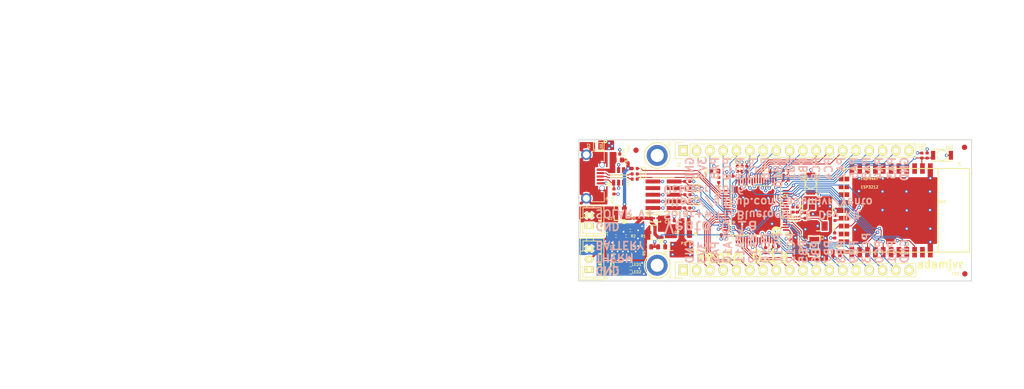
<source format=kicad_pcb>
(kicad_pcb (version 20221018) (generator pcbnew)
  (layers (0 "F.Cu" signal) (1 "In1.Cu" power) (2 "In2.Cu" power) (31 "B.Cu" signal) (34 "B.Paste" user) (35 "F.Paste" user) (36 "B.SilkS" user "B.Silkscreen") (37 "F.SilkS" user "F.Silkscreen") (38 "B.Mask" user) (39 "F.Mask" user) (44 "Edge.Cuts" user))
  (net 0 "")
  (net 1 "GND")
  (net 2 "Net-(C2-Pad1)")
  (net 3 "+3V3")
  (net 4 "Net-(C5-Pad1)")
  (net 5 "Net-(C8-Pad1)")
  (net 6 "Net-(C9-Pad1)")
  (net 7 "Net-(C14-Pad1)")
  (net 8 "Net-(C15-Pad1)")
  (net 9 "Net-(C16-Pad1)")
  (net 10 "Net-(C18-Pad2)")
  (net 11 "Net-(D2-Pad1)")
  (net 12 "Net-(DA1-Pad4)")
  (net 13 "Net-(DA1-Pad1)")
  (net 14 "Net-(DA1-Pad3)")
  (net 15 "/MCU_STM32F446RET6/VBUS")
  (net 16 "Net-(J1-Pad2)")
  (net 17 "/Power/BAT")
  (net 18 "/Power/THERM")
  (net 19 "/MCU_STM32F446RET6/SWDIO_TMS")
  (net 20 "/MCU_STM32F446RET6/SWCLK_TCK")
  (net 21 "/MCU_STM32F446RET6/SWO_TDO")
  (net 22 "Net-(J3-Pad7)")
  (net 23 "/MCU_STM32F446RET6/SWO_TDI")
  (net 24 "/MCU_STM32F446RET6/NJTRST")
  (net 25 "Net-(LED1-Pad2)")
  (net 26 "Net-(LED1-Pad1)")
  (net 27 "Net-(LED2-Pad1)")
  (net 28 "Net-(LED2-Pad2)")
  (net 29 "Net-(LED3-Pad1)")
  (net 30 "Net-(R1-Pad1)")
  (net 31 "Net-(R2-Pad1)")
  (net 32 "/MCU_STM32F446RET6/ESPTOST_BOOT0")
  (net 33 "/MCU_STM32F446RET6/HEARTBEAT")
  (net 34 "Net-(R10-Pad1)")
  (net 35 "Net-(R11-Pad1)")
  (net 36 "Net-(R12-Pad1)")
  (net 37 "/MCU_STM32F446RET6/ESPTOST_BOOT1")
  (net 38 "Net-(U1-Pad9)")
  (net 39 "/MCU_STM32F446RET6/ESP_PGM_MODE")
  (net 40 "/MCU_STM32F446RET6/STM_ESP_RST")
  (net 41 "/MCU_STM32F446RET6/ESP_URX")
  (net 42 "/MCU_STM32F446RET6/ESP_UTX")
  (net 43 "/MCU_STM32F446RET6/BAT_VOLT")
  (net 44 "Net-(U4-Pad10)")
  (net 45 "Net-(U4-Pad12)")
  (net 46 "Net-(U4-Pad13)")
  (net 47 "Net-(U4-Pad14)")
  (net 48 "Net-(U4-Pad20)")
  (net 49 "Net-(H1-Pad1)")
  (net 50 "Net-(H2-Pad1)")
  (net 51 "Net-(FD3-Pad1)")
  (net 52 "Net-(FD2-Pad1)")
  (net 53 "Net-(FD1-Pad1)")
  (net 54 "/MCU_STM32F446RET6/PB9")
  (net 55 "/MCU_STM32F446RET6/PB8")
  (net 56 "/MCU_STM32F446RET6/PB7")
  (net 57 "/MCU_STM32F446RET6/PB6")
  (net 58 "/MCU_STM32F446RET6/PB5")
  (net 59 "/MCU_STM32F446RET6/PC12")
  (net 60 "/MCU_STM32F446RET6/PC11")
  (net 61 "/MCU_STM32F446RET6/PC10")
  (net 62 "/MCU_STM32F446RET6/PA4")
  (net 63 "/MCU_STM32F446RET6/PA5")
  (net 64 "/MCU_STM32F446RET6/PA6")
  (net 65 "/MCU_STM32F446RET6/PA7")
  (net 66 "/MCU_STM32F446RET6/PC4")
  (net 67 "/MCU_STM32F446RET6/PC5")
  (net 68 "/MCU_STM32F446RET6/PA8")
  (net 69 "/MCU_STM32F446RET6/PA9")
  (net 70 "/MCU_STM32F446RET6/PA10")
  (net 71 "/MCU_STM32F446RET6/PA11")
  (net 72 "/MCU_STM32F446RET6/PA12")
  (net 73 "/MCU_STM32F446RET6/PC8")
  (net 74 "/MCU_STM32F446RET6/PC9")
  (net 75 "/MCU_STM32F446RET6/PC6")
  (net 76 "/MCU_STM32F446RET6/PC7")
  (net 77 "/MCU_STM32F446RET6/PB10")
  (net 78 "/MCU_STM32F446RET6/PC0")
  (net 79 "/MCU_STM32F446RET6/PC1")
  (net 80 "/MCU_STM32F446RET6/PC13")
  (net 81 "/MCU_STM32F446RET6/PB0")
  (net 82 "/MCU_STM32F446RET6/PB1")
  (net 83 "Net-(R7-Pad1)")
  (net 84 "/MCU_STM32F446RET6/PA3")
  (net 85 "Net-(U4-Pad22)")
  (net 86 "Net-(U4-Pad15)")
  (net 87 "Net-(U4-Pad11)")
  (net 88 "/MCU_STM32F446RET6/ESP_ST_RST")
  (net 89 "Net-(U4-Pad19)")
  (net 90 "Net-(U4-Pad26)")
  (net 91 "Net-(U4-Pad3)")
  (net 92 "Net-(U4-Pad4)")
  (net 93 "Net-(U4-Pad5)")
  (net 94 "Net-(U4-Pad6)")
  (net 95 "Net-(U4-Pad7)")
  (net 96 "Net-(U4-Pad8)")
  (net 97 "Net-(U4-Pad9)")
  (net 98 "Net-(U4-Pad27)")
  (net 99 "Net-(U4-Pad30)")
  (net 100 "Net-(R21-Pad1)")
  (footprint "PCB_Footprints:C0402" (layer "F.Cu") (at 155.726691 88.935953 180)
    (fp_text reference "C1")
    (fp_text value "CL05A105KA5NQNC")
  )
  (footprint "PCB_Footprints:C0402" (layer "F.Cu") (at 164.133691 87.563953 90)
    (fp_text reference "C2")
    (fp_text value "CL05A105KA5NQNC")
  )
  (footprint "PCB_Footprints:C0603" (layer "F.Cu") (at 166.210691 87.284953)
    (fp_text reference "C3")
    (fp_text value "CL10A106KQ8NNNC")
  )
  (footprint "PCB_Footprints:C0402" (layer "F.Cu") (at 185.455851 77.477353 180)
    (fp_text reference "C4")
    (fp_text value "CL05B104JP5NNNC")
  )
  (footprint "PCB_Footprints:C0402" (layer "F.Cu") (at 189.162251 87.074953 -90)
    (fp_text reference "C5")
    (fp_text value "CL05C090CB5NNNC")
  )
  (footprint "PCB_Footprints:C0402" (layer "F.Cu") (at 183.576251 91.948 180)
    (fp_text reference "C6")
    (fp_text value "CL05B104JP5NNNC")
  )
  (footprint "PCB_Footprints:C0402" (layer "F.Cu") (at 173.606251 89.778953 180)
    (fp_text reference "C7")
    (fp_text value "CL05B104JP5NNNC")
  )
  (footprint "PCB_Footprints:C0402" (layer "F.Cu") (at 189.162251 85.042953 90)
    (fp_text reference "C8")
    (fp_text value "CL05C090CB5NNNC")
  )
  (footprint "PCB_Footprints:C0402" (layer "F.Cu") (at 185.455851 79.255353)
    (fp_text reference "C9")
    (fp_text value "CL05B104JP5NNNC")
  )
  (footprint "PCB_Footprints:C0402" (layer "F.Cu") (at 186.283251 90.128953 -90)
    (fp_text reference "C10")
    (fp_text value "CL05B104JP5NNNC")
  )
  (footprint "PCB_Footprints:C0402" (layer "F.Cu") (at 182.941251 77.678953)
    (fp_text reference "C11")
    (fp_text value "CL05B104JP5NNNC")
  )
  (footprint "PCB_Footprints:C0402" (layer "F.Cu") (at 174.813251 78.521953 180)
    (fp_text reference "C12")
    (fp_text value "CL05B104JP5NNNC")
  )
  (footprint "PCB_Footprints:C0402" (layer "F.Cu") (at 187.683251 84.940953 90)
    (fp_text reference "C13")
    (fp_text value "CL05B104JP5NNNC")
  )
  (footprint "PCB_Footprints:C0402" (layer "F.Cu") (at 189.033251 90.578953 90)
    (fp_text reference "C14")
    (fp_text value "CL05C180GB5NCNC")
  )
  (footprint "PCB_Footprints:C0402" (layer "F.Cu") (at 189.033251 92.987953 -90)
    (fp_text reference "C15")
    (fp_text value "CL05C180GB5NCNC")
  )
  (footprint "PCB_Footprints:C0402" (layer "F.Cu") (at 177.099251 77.124953 90)
    (fp_text reference "C16")
    (fp_text value "CL05A475KQ5NRNC")
  )
  (footprint "PCB_Footprints:C0402" (layer "F.Cu") (at 176.210251 77.124953 90)
    (fp_text reference "C17")
    (fp_text value "CL05B104JP5NNNC")
  )
  (footprint "PCB_Footprints:C0402" (layer "F.Cu") (at 153.233891 74.309353 180)
    (fp_text reference "C18")
    (fp_text value "CL05B104JP5NNNC")
  )
  (footprint "PCB_Footprints:BAT20JFILM" (layer "F.Cu") (at 160.577691 86.586453)
    (fp_text reference "D1")
    (fp_text value "BAT20JFILM")
  )
  (footprint "PCB_Footprints:RSB39VTE-17" (layer "F.Cu") (at 149.703291 72.785353 180)
    (fp_text reference "D2")
    (fp_text value "RSB39VTE-17")
  )
  (footprint "PCB_Footprints:ESDA6V1BC6" (layer "F.Cu") (at 153.487891 78.576553 90)
    (fp_text reference "DA1")
    (fp_text value "ESDA6V1BC6")
  )
  (footprint "PCB_Footprints:BLM15HG601SN1D" (layer "F.Cu") (at 185.455851 78.366353 180)
    (fp_text reference "FB1")
    (fp_text value "BLM15HG601SN1D")
  )
  (footprint "PCB_Footprints:MI0603K300R-10" (layer "F.Cu") (at 153.422891 75.452353 180)
    (fp_text reference "FB2")
    (fp_text value "MI0603K300R-10")
  )
  (footprint "PCB_Footprints:B2B-PH-K-S(LF)(SN)" (layer "F.Cu") (at 147.877691 88.046953 90)
    (fp_text reference "J1")
    (fp_text value "B2B-PH-K-S(LF)(SN)")
  )
  (footprint "PCB_Footprints:B3B-PH-K-S(LF)(SN)" (layer "F.Cu") (at 147.877691 96.396953 90)
    (fp_text reference "J2")
    (fp_text value "B3B-PH-K-S(LF)(SN)")
  )
  (footprint "PCB_Footprints:20021121-00010C4LF" (layer "F.Cu") (at 162.072905 82.094127 -90)
    (fp_text reference "J3")
    (fp_text value "20021121-00010C4LF")
  )
  (footprint "PCB_Footprints:0475890001" (layer "F.Cu") (at 149.982691 78.606553 90)
    (fp_text reference "J4")
    (fp_text value "0475890001-MicroUSBPort")
  )
  (footprint "PCB_Footprints:LED0603" (layer "F.Cu") (at 153.267891 95.438053 180)
    (fp_text reference "LED1")
    (fp_text value "LTST-C191KGKT")
  )
  (footprint "PCB_Footprints:LED0603" (layer "F.Cu") (at 153.236691 96.860453 180)
    (fp_text reference "LED2")
    (fp_text value "LTST-C191KFKT")
  )
  (footprint "PCB_Footprints:LED0603" (layer "F.Cu") (at 171.891851 77.604073 180)
    (fp_text reference "LED3")
    (fp_text value "LTST-C193TBKT-5A")
  )
  (footprint "PCB_Footprints:DMG2307L-7" (layer "F.Cu") (at 153.416 85.598 180)
    (fp_text reference "Q1")
    (fp_text value "DMG2307L-7")
  )
  (footprint "PCB_Footprints:DMG2307L-7" (layer "F.Cu") (at 160.450691 89.316953 180)
    (fp_text reference "Q2")
    (fp_text value "DMG2307L-7")
  )
  (footprint "PCB_Footprints:R0402" (layer "F.Cu") (at 154.913891 90.015453 180)
    (fp_text reference "R1")
    (fp_text value "RC1005F4870CS")
  )
  (footprint "PCB_Footprints:R0402" (layer "F.Cu") (at 152.982691 90.015453 180)
    (fp_text reference "R2")
    (fp_text value "RC1005F102CS")
  )
  (footprint "PCB_Footprints:R0603" (layer "F.Cu") (at 155.821691 95.438053)
    (fp_text reference "R3")
    (fp_text value "RC1608J202CS")
  )
  (footprint "PCB_Footprints:R0603" (layer "F.Cu") (at 155.821691 96.860453)
    (fp_text reference "R4")
    (fp_text value "RC1608J202CS")
  )
  (footprint "PCB_Footprints:R0603" (layer "F.Cu") (at 159.053691 92.055453)
    (fp_text reference "R5")
    (fp_text value "ERA-3AEB3741V")
  )
  (footprint "PCB_Footprints:R0603" (layer "F.Cu") (at 161.720691 92.055453)
    (fp_text reference "R6")
    (fp_text value "ERA-3AEB3741V")
  )
  (footprint "PCB_Footprints:R0402" (layer "F.Cu") (at 181.61 92.71 -90)
    (fp_text reference "R7")
    (fp_text value "RC1005F103CS")
  )
  (footprint "PCB_Footprints:R0402" (layer "F.Cu") (at 186.833251 84.940953 -90)
    (fp_text reference "R8")
    (fp_text value "RC1005F102CS")
  )
  (footprint "PCB_Footprints:R0402" (layer "F.Cu") (at 172.641851 79.254073 90)
    (fp_text reference "R9")
    (fp_text value "RC1005F102CS")
  )
  (footprint "PCB_Footprints:R0402" (layer "F.Cu") (at 156.565291 77.075553 180)
    (fp_text reference "R10")
    (fp_text value "RC1005F103CS")
  )
  (footprint "PCB_Footprints:R0402" (layer "F.Cu") (at 156.565291 78.116953 180)
    (fp_text reference "R11")
    (fp_text value "CPF0402B22RE1")
  )
  (footprint "PCB_Footprints:R0402" (layer "F.Cu") (at 156.562091 79.107553 180)
    (fp_text reference "R12")
    (fp_text value "CPF0402B22RE1")
  )
  (footprint "PCB_Footprints:R0402" (layer "F.Cu") (at 178.012251 77.124953 -90)
    (fp_text reference "R13")
    (fp_text value "RC1005F103CS")
  )
  (footprint "PCB_Footprints:R0402" (layer "F.Cu") (at 166.619905 84.634127 180)
    (fp_text reference "R14")
    (fp_text value "RC1005F102CS")
  )
  (footprint "PCB_Footprints:R0402" (layer "F.Cu") (at 152.598891 81.472553 -90)
    (fp_text reference "R15")
    (fp_text value "RC1005J473CS")
  )
  (footprint "PCB_Footprints:R0402" (layer "F.Cu") (at 166.644905 83.364127 180)
    (fp_text reference "R16")
    (fp_text value "RC1005F102CS")
  )
  (footprint "PCB_Footprints:R0402" (layer "F.Cu") (at 166.644905 82.094127 180)
    (fp_text reference "R17")
    (fp_text value "RC1005F102CS")
  )
  (footprint "PCB_Footprints:R0402" (layer "F.Cu") (at 166.619905 80.824127 180)
    (fp_text reference "R18")
    (fp_text value "RC1005F102CS")
  )
  (footprint "PCB_Footprints:R0402" (layer "F.Cu") (at 166.619905 79.554127 180)
    (fp_text reference "R19")
    (fp_text value "RC1005F102CS")
  )
  (footprint "PCB_Footprints:B3U-1000P" (layer "F.Cu") (at 190.256251 79.978953 90)
    (fp_text reference "SW1")
    (fp_text value "B3U-1000P")
  )
  (footprint "PCB_Footprints:BQ24210" (layer "F.Cu") (at 154.277998 93.02761 -90)
    (fp_text reference "U1")
    (fp_text value "BQ24210DQCT")
  )
  (footprint "PCB_Footprints:AZ1117CR-3.3TRG1" (layer "F.Cu") (at 165.530691 91.463253 180)
    (fp_text reference "U2")
    (fp_text value "AZ1117CR-3.3TRG1_1")
  )
  (footprint "PCB_Footprints:STM32F446RET6" (layer "F.Cu") (at 179.781251 85.078953 180)
    (fp_text reference "U3")
    (fp_text value "STM32F446RET6_-_TQFP64")
  )
  (footprint "PCB_Footprints:ABM3B8.000MHZB2T" (layer "F.Cu") (at 191.681251 86.078953 90)
    (fp_text reference "X1")
    (fp_text value "ABM3B8.000MHZB2T")
  )
  (footprint "PCB_Footprints:ABS07-32.768KHZ-9-T" (layer "F.Cu") (at 190.906251 91.928953 -90)
    (fp_text reference "X2")
    (fp_text value "ABS07-32.768KHZ-9-T")
  )
  (footprint "Socket_Strips:Socket_Strip_Straight_1x18" (layer "F.Cu") (at 165.873691 73.648953)
    (fp_text reference "P2")
    (fp_text value "CONN_01X18")
  )
  (footprint "Socket_Strips:Socket_Strip_Straight_1x18" (layer "F.Cu") (at 165.873691 96.508953)
    (fp_text reference "P1")
    (fp_text value "CONN_01X18")
  )
  (footprint "PCB_Footprints:M2.5_HOLE" (layer "F.Cu") (at 160.873691 95.578953 90)
    (fp_text reference "H1")
    (fp_text value "M2.5_Hole")
  )
  (footprint "PCB_Footprints:M2.5_HOLE" (layer "F.Cu") (at 160.873691 74.578953 90)
    (fp_text reference "H2")
    (fp_text value "M2.5_Hole")
  )
  (footprint "PCB_Footprints:FIDUCIAL" (layer "F.Cu") (at 219.71 97.2185 90)
    (fp_text reference "FD3")
    (fp_text value "FIDUCIAL")
  )
  (footprint "PCB_Footprints:FIDUCIAL" (layer "F.Cu") (at 219.6465 73.025 90)
    (fp_text reference "FD2")
    (fp_text value "FIDUCIAL")
  )
  (footprint "PCB_Footprints:FIDUCIAL" (layer "F.Cu") (at 156.823691 73.578953 90)
    (fp_text reference "FD1")
    (fp_text value "FIDUCIAL")
  )
  (footprint "PCB_Footprints:C0603" (layer "F.Cu") (at 195.1355 93.0275 180)
    (fp_text reference "C19")
    (fp_text value "CL10A106KQ8NNNC")
  )
  (footprint "ESP32-footprints-Lib:ESP3212" (layer "F.Cu") (at 208.5975 85.078953 -90)
    (fp_text reference "U4")
    (fp_text value "ESP3212")
  )
  (footprint "PCB_Footprints:R0402" (layer "F.Cu") (at 194.818 89.8906 90)
    (fp_text reference "R22")
    (fp_text value "RC1005F103CS")
  )
  (footprint "PCB_Footprints:R0402" (layer "F.Cu") (at 212.4964 74.5998 -90)
    (fp_text reference "R20")
    (fp_text value "RC1005F123CS")
  )
  (footprint "PCB_Footprints:R0402" (layer "F.Cu") (at 194.8688 86.5378 90)
    (fp_text reference "R21")
    (fp_text value "RC1005F103CS")
  )
  (footprint "PCB_Footprints:B3U-1000P" (layer "F.Cu") (at 215.3412 74.549 180)
    (fp_text reference "SW2")
    (fp_text value "B3U-1000P")
  )
  (footprint "PCB_Footprints:C0402" (layer "F.Cu") (at 211.4804 74.5998 90)
    (fp_text reference "C20")
    (fp_text value "CL05B104JP5NNNC")
  )
  (gr_line (start 145.873691 71.578953) (end 221 71.578953) (stroke (width 0.15)) (layer "Edge.Cuts"))
  (gr_line (start 145.873691 98.578953) (end 221 98.578953) (stroke (width 0.15)) (layer "Edge.Cuts"))
  (gr_line (start 221 98.578953) (end 221 71.578953) (stroke (width 0.15)) (layer "Edge.Cuts"))
  (gr_line (start 145.873691 71.578953) (end 145.873691 98.578953) (stroke (width 0.15)) (layer "Edge.Cuts"))
  (gr_text "GND\n3V3\nPA9\nPA10\nPA11\nPA12\nPC10\nPC11\nPC12\nPB5\nPB6\nPB7\nPB8\nPB9\nPC13\nPC0\nPC1\nGND" (at 187.628691 95.412953 90) (layer "B.SilkS") (effects (font (size 1.5 1.5) (thickness 0.3)) (justify right mirror)))
  (gr_text "GND\nSOLAR V+" (at 148.893691 86.903953 180) (layer "B.SilkS") (effects (font (size 1.5 1.5) (thickness 0.3)) (justify left mirror)))
  (gr_text "Vento 0.1a" (at 162 88.25 180) (layer "B.SilkS") (effects (font (size 2.2 2.2) (thickness 0.35)) (justify left mirror)))
  (gr_text "Solar+WiFi+Bluetooth LE Dev Kit\nhttps://github.com/adamjvr/Vento\nOctober 2016" (at 161.873691 83.5 180) (layer "B.SilkS") (effects (font (size 1.5 1.5) (thickness 0.3)) (justify left mirror)))
  (gr_text "GND\nTHERM\nBATTERY" (at 148.893691 94.142953 180) (layer "B.SilkS") (effects (font (size 1.5 1.5) (thickness 0.3)) (justify left mirror)))
  (gr_text "GND\n3V3\nPA8\nPC9\nPC8\nPC7\nPC6\nPB10\nPB1\nPB0\nPC5\nPC4\nPA7\nPA6\nPA5\nPA4\nPA3\nGND" (at 187.628691 74.711953 90) (layer "B.SilkS") (effects (font (size 1.5 1.5) (thickness 0.3)) (justify left mirror)))
  (gr_text "Vento 0.1a" (at 177.165 93.853) (layer "F.SilkS") (effects (font (size 2.2 2.2) (thickness 0.45))))
  (gr_text "adamjvr" (at 214.9475 95.377) (layer "F.SilkS") (effects (font (size 1.5 1.5) (thickness 0.3))))
  (segment (start 191.556251 88.053953) (end 190.506251 88.053953) (width 0.1778) (layer "F.Cu") (net 1))
  (segment (start 192.956251 84.153953) (end 192.881251 84.078953) (width 0.1778) (layer "F.Cu") (net 1))
  (segment (start 153.713641 73.497304) (end 153.713641 74.306103) (width 0.1778) (layer "F.Cu") (net 1))
  (segment (start 199.4535 81.407) (end 203.8985 81.407) (width 0.1778) (layer "F.Cu") (net 1))
  (segment (start 183.424251 76.872753) (end 183.422451 76.870953) (width 0.1778) (layer "F.Cu") (net 1))
  (segment (start 192.881251 84.078953) (end 193.679953 84.078953) (width 0.1778) (layer "F.Cu") (net 1))
  (segment (start 176.210251 75.897055) (end 176.217773 75.889533) (width 0.1778) (layer "F.Cu") (net 1))
  (segment (start 187.231251 92.878953) (end 187.531251 92.878953) (width 0.1778) (layer "F.Cu") (net 1))
  (segment (start 186.283251 90.611953) (end 185.636497 90.611953) (width 0.1778) (layer "F.Cu") (net 1))
  (segment (start 186.755599 88.706605) (end 187.073098 89.024104) (width 0.1778) (layer "F.Cu") (net 1))
  (segment (start 181.269799 93.265519) (end 180.820787 93.265519) (width 0.1778) (layer "F.Cu") (net 1))
  (segment (start 208.534 81.4705) (end 203.962 81.4705) (width 0.1778) (layer "F.Cu") (net 1))
  (segment (start 179.7812 85.0646) (end 179.7812 85.1154) (width 0.635) (layer "F.Cu") (net 1))
  (segment (start 189.033251 93.470953) (end 188.300251 93.470953) (width 0.1778) (layer "F.Cu") (net 1))
  (segment (start 209.046512 88.5825) (end 213.106 88.5825) (width 0.1778) (layer "F.Cu") (net 1))
  (segment (start 208.534 85.0265) (end 208.5975 85.09) (width 0.1778) (layer "F.Cu") (net 1))
  (segment (start 195.019547 85.078953) (end 195.0085 85.09) (width 0.1778) (layer "F.Cu") (net 1))
  (segment (start 154.291191 91.952453) (end 154.291191 92.952453) (width 0.1778) (layer "F.Cu") (net 1))
  (segment (start 208.534 81.4705) (end 213.0425 81.4705) (width 0.1778) (layer "F.Cu") (net 1))
  (segment (start 187.708651 84.457953) (end 187.778833 84.387771) (width 0.1778) (layer "F.Cu") (net 1))
  (segment (start 192.956251 85.853953) (end 192.956251 84.153953) (width 0.1778) (layer "F.Cu") (net 1))
  (segment (start 213.0425 85.0265) (end 213.0425 84.577488) (width 0.1778) (layer "F.Cu") (net 1))
  (segment (start 176.534452 81.817852) (end 179.7812 85.0646) (width 0.635) (layer "F.Cu") (net 1))
  (segment (start 172.943636 88.681135) (end 172.580823 88.681135) (width 0.1778) (layer "F.Cu") (net 1))
  (segment (start 192.881251 84.078953) (end 191.981251 84.078953) (width 0.1778) (layer "F.Cu") (net 1))
  (segment (start 204.0255 78.994) (end 199.517 78.994) (width 0.1778) (layer "F.Cu") (net 1))
  (segment (start 187.778833 84.170063) (end 187.778833 83.721051) (width 0.1778) (layer "F.Cu") (net 1))
  (segment (start 153.292237 92.928953) (end 153.29719 92.933906) (width 0.381) (layer "F.Cu") (net 1))
  (segment (start 186.946525 88.706605) (end 186.755599 88.706605) (width 0.1778) (layer "F.Cu") (net 1))
  (segment (start 183.282669 77.589594) (end 183.282669 78.022479) (width 0.1778) (layer "F.Cu") (net 1))
  (segment (start 189.162251 84.559953) (end 189.162251 83.610325) (width 0.1778) (layer "F.Cu") (net 1))
  (segment (start 161.939765 82.094127) (end 161.940591 82.094953) (width 0.1778) (layer "F.Cu") (net 1))
  (segment (start 189.033251 93.470953) (end 188.123251 93.470953) (width 0.1778) (layer "F.Cu") (net 1))
  (segment (start 193.031251 93.353953) (end 192.446708 93.938496) (width 0.1778) (layer "F.Cu") (net 1))
  (segment (start 203.962 85.0265) (end 208.534 85.0265) (width 0.1778) (layer "F.Cu") (net 1))
  (segment (start 151.673691 73.234953) (end 151.673691 72.209953) (width 0.1778) (layer "F.Cu") (net 1))
  (segment (start 176.534452 80.483094) (end 176.534452 81.817852) (width 0.635) (layer "F.Cu") (net 1))
  (segment (start 157.198691 91.878953) (end 157.198691 92.503953) (width 0.381) (layer "F.Cu") (net 1))
  (segment (start 192.956251 85.853953) (end 190.731251 85.853953) (width 0.1778) (layer "F.Cu") (net 1))
  (segment (start 185.636497 90.611953) (end 185.536696 90.512152) (width 0.1778) (layer "F.Cu") (net 1))
  (segment (start 193.031251 90.378953) (end 193.031251 93.353953) (width 0.1778) (layer "F.Cu") (net 1))
  (segment (start 161.934734 83.364127) (end 161.947697 83.37709) (width 0.1778) (layer "F.Cu") (net 1))
  (segment (start 166.890691 87.284953) (end 166.890691 86.309191) (width 0.635) (layer "F.Cu") (net 1))
  (segment (start 183.093251 92.233953) (end 183.075428 92.21613) (width 0.1778) (layer "F.Cu") (net 1))
  (segment (start 217.0412 74.549) (end 216.2048 74.549) (width 0.1778) (layer "F.Cu") (net 1))
  (segment (start 153.746202 92.933906) (end 153.29719 92.933906) (width 0.381) (layer "F.Cu") (net 1))
  (segment (start 177.099251 75.901769) (end 177.087015 75.889533) (width 0.1778) (layer "F.Cu") (net 1))
  (segment (start 150.803291 72.785353) (end 151.224091 72.785353) (width 0.1778) (layer "F.Cu") (net 1))
  (segment (start 155.319575 92.953953) (end 155.31225 92.946628) (width 0.381) (layer "F.Cu") (net 1))
  (segment (start 208.5975 88.5825) (end 209.046512 88.5825) (width 0.1778) (layer "F.Cu") (net 1))
  (segment (start 208.661 85.0265) (end 208.5975 85.09) (width 0.1778) (layer "F.Cu") (net 1))
  (segment (start 194.4555 93.0275) (end 194.4555 93.804118) (width 0.635) (layer "F.Cu") (net 1))
  (segment (start 213.0425 84.577488) (end 213.0425 81.4705) (width 0.1778) (layer "F.Cu") (net 1))
  (segment (start 211.4804 74.1168) (end 210.6926 74.1168) (width 0.1778) (layer "F.Cu") (net 1))
  (segment (start 184.571096 83.328953) (end 184.260656 83.018513) (width 0.1778) (layer "F.Cu") (net 1))
  (segment (start 203.962 85.0265) (end 207.518 88.5825) (width 0.1778) (layer "F.Cu") (net 1))
  (segment (start 160.042905 83.364127) (end 161.934734 83.364127) (width 0.1778) (layer "F.Cu") (net 1))
  (segment (start 187.231251 92.878953) (end 187.231251 90.353953) (width 0.1778) (layer "F.Cu") (net 1))
  (segment (start 187.078402 89.024104) (end 187.433251 89.378953) (width 0.1778) (layer "F.Cu") (net 1))
  (segment (start 195.0085 85.09) (end 195.0085 85.9151) (width 0.254) (layer "F.Cu") (net 1))
  (segment (start 198.8185 88.773) (end 198.6915 88.773) (width 0.1778) (layer "F.Cu") (net 1))
  (segment (start 171.211851 77.073149) (end 171.704 76.581) (width 0.1778) (layer "F.Cu") (net 1))
  (segment (start 193.031251 90.378953) (end 191.556251 88.903953) (width 0.1778) (layer "F.Cu") (net 1))
  (segment (start 179.7812 85.0646) (end 182.118 82.7278) (width 0.635) (layer "F.Cu") (net 1))
  (segment (start 157.198691 92.503953) (end 156.748691 92.953953) (width 0.381) (layer "F.Cu") (net 1))
  (segment (start 152.248691 72.759953) (end 152.148691 72.759953) (width 0.1778) (layer "F.Cu") (net 1))
  (segment (start 152.598891 81.955553) (end 153.361691 81.955553) (width 0.1778) (layer "F.Cu") (net 1))
  (segment (start 157.198691 88.92428) (end 157.220578 88.902393) (width 0.381) (layer "F.Cu") (net 1))
  (segment (start 180.2384 85.0646) (end 182.8292 87.6554) (width 0.635) (layer "F.Cu") (net 1))
  (segment (start 173.123251 90.528749) (end 173.101 90.551) (width 0.1778) (layer "F.Cu") (net 1))
  (segment (start 154.430891 89.164553) (end 154.438091 89.164553) (width 0.1778) (layer "F.Cu") (net 1))
  (segment (start 166.890691 87.284953) (end 166.890691 89.470453) (width 0.635) (layer "F.Cu") (net 1))
  (segment (start 173.123251 89.778953) (end 173.123251 90.528749) (width 0.1778) (layer "F.Cu") (net 1))
  (segment (start 208.5975 78.9305) (end 204.089 78.9305) (width 0.1778) (layer "F.Cu") (net 1))
  (segment (start 189.162251 87.557953) (end 189.162251 88.659953) (width 0.1778) (layer "F.Cu") (net 1))
  (segment (start 177.347384 82.630784) (end 177.326085 82.630784) (width 0.635) (layer "F.Cu") (net 1))
  (segment (start 190.256251 78.278953) (end 190.256251 77.353251) (width 0.1778) (layer "F.Cu") (net 1))
  (segment (start 213.0975 91.131) (end 213.106 91.1225) (width 0.1778) (layer "F.Cu") (net 1))
  (segment (start 183.282669 78.022479) (end 183.031251 78.273897) (width 0.1778) (layer "F.Cu") (net 1))
  (segment (start 174.081251 88.328953) (end 173.295818 88.328953) (width 0.1778) (layer "F.Cu") (net 1))
  (segment (start 186.533251 90.534826) (end 186.582368 90.583943) (width 0.1778) (layer "F.Cu") (net 1))
  (segment (start 161.876265 79.554127) (end 161.877091 79.554953) (width 0.1778) (layer "F.Cu") (net 1))
  (segment (start 152.223691 72.759953) (end 151.673691 72.209953) (width 0.1778) (layer "F.Cu") (net 1))
  (segment (start 151.224091 72.785353) (end 151.673691 73.234953) (width 0.1778) (layer "F.Cu") (net 1))
  (segment (start 213.106 78.9305) (end 208.5975 78.9305) (width 0.1778) (layer "F.Cu") (net 1))
  (segment (start 152.248691 92.928953) (end 153.292237 92.928953) (width 0.381) (layer "F.Cu") (net 1))
  (segment (start 213.0425 85.0265) (end 208.661 85.0265) (width 0.1778) (layer "F.Cu") (net 1))
  (segment (start 152.248691 92.928953) (end 152.248691 93.778953) (width 0.381) (layer "F.Cu") (net 1))
  (segment (start 177.099251 76.641953) (end 177.099251 75.901769) (width 0.1778) (layer "F.Cu") (net 1))
  (segment (start 183.093251 91.948) (end 183.093251 92.115749) (width 0.1778) (layer "F.Cu") (net 1))
  (segment (start 199.517 78.994) (end 199.517 81.3435) (width 0.1778) (layer "F.Cu") (net 1))
  (segment (start 154.291191 91.952453) (end 154.291191 90.155153) (width 0.1778) (layer "F.Cu") (net 1))
  (segment (start 157.220578 88.882066) (end 157.220578 88.902393) (width 0.381) (layer "F.Cu") (net 1))
  (segment (start 185.938851 79.255353) (end 185.531951 79.662253) (width 0.1778) (layer "F.Cu") (net 1))
  (segment (start 185.531951 79.662253) (end 185.531951 80.000619) (width 0.1778) (layer "F.Cu") (net 1))
  (segment (start 191.556251 88.903953) (end 191.556251 88.053953) (width 0.1778) (layer "F.Cu") (net 1))
  (segment (start 190.506251 88.053953) (end 190.481251 88.078953) (width 0.1778) (layer "F.Cu") (net 1))
  (segment (start 176.534452 79.163154) (end 176.534452 80.034082) (width 0.1778) (layer "F.Cu") (net 1))
  (segment (start 181.376685 93.265519) (end 181.269799 93.265519) (width 0.1778) (layer "F.Cu") (net 1))
  (segment (start 187.778833 84.387771) (end 187.778833 84.170063) (width 0.1778) (layer "F.Cu") (net 1))
  (segment (start 154.666691 88.935953) (end 155.243691 88.935953) (width 0.1778) (layer "F.Cu") (net 1))
  (segment (start 166.890691 86.309191) (end 166.878 86.2965) (width 0.635) (layer "F.Cu") (net 1))
  (segment (start 162.400691 91.105953) (end 162.373691 91.078953) (width 0.1778) (layer "F.Cu") (net 1))
  (segment (start 189.162251 83.610325) (end 189.156251 83.604325) (width 0.1778) (layer "F.Cu") (net 1))
  (segment (start 154.291191 90.155153) (end 154.430891 90.015453) (width 0.1778) (layer "F.Cu") (net 1))
  (segment (start 176.210251 76.641953) (end 176.210251 75.897055) (width 0.1778) (layer "F.Cu") (net 1))
  (segment (start 202.438 85.0265) (end 198.6915 88.773) (width 0.1778) (layer "F.Cu") (net 1))
  (segment (start 176.531251 79.159953) (end 176.534452 79.163154) (width 0.1778) (layer "F.Cu") (net 1))
  (segment (start 154.297016 92.946628) (end 154.863238 92.946628) (width 0.381) (layer "F.Cu") (net 1))
  (segment (start 149.982691 79.906553) (end 151.099891 79.906553) (width 0.381) (layer "F.Cu") (net 1))
  (segment (start 183.424251 77.678953) (end 183.424251 76.872753) (width 0.1778) (layer "F.Cu") (net 1))
  (segment (start 189.162251 88.659953) (end 189.206251 88.703953) (width 0.1778) (layer "F.Cu") (net 1))
  (segment (start 203.962 85.0265) (end 202.438 85.0265) (width 0.1778) (layer "F.Cu") (net 1))
  (segment (start 171.211851 77.604073) (end 171.211851 77.073149) (width 0.1778) (layer "F.Cu") (net 1))
  (segment (start 157.198691 91.878953) (end 157.198691 90.4494) (width 0.635) (layer "F.Cu") (net 1))
  (segment (start 207.518 88.5825) (end 208.5975 88.5825) (width 0.1778) (layer "F.Cu") (net 1))
  (segment (start 203.8985 81.407) (end 203.962 81.4705) (width 0.1778) (layer "F.Cu") (net 1))
  (segment (start 195.0085 85.9151) (end 194.8688 86.0548) (width 0.1778) (layer "F.Cu") (net 1))
  (segment (start 176.534452 80.034082) (end 176.534452 80.483094) (width 0.1778) (layer "F.Cu") (net 1))
  (segment (start 174.177245 78.368947) (end 174.330251 78.521953) (width 0.1778) (layer "F.Cu") (net 1))
  (segment (start 152.248691 93.778953) (end 153.093738 92.933906) (width 0.381) (layer "F.Cu") (net 1))
  (segment (start 185.481251 83.328953) (end 184.571096 83.328953) (width 0.1778) (layer "F.Cu") (net 1))
  (segment (start 183.093251 92.115749) (end 182.499 92.71) (width 0.1778) (layer "F.Cu") (net 1))
  (segment (start 164.133691 87.080953) (end 164.133691 86.268953) (width 0.381) (layer "F.Cu") (net 1))
  (segment (start 187.073098 89.024104) (end 187.078402 89.024104) (width 0.1778) (layer "F.Cu") (net 1))
  (segment (start 187.433251 89.378953) (end 187.433251 92.603953) (width 0.1778) (layer "F.Cu") (net 1))
  (segment (start 154.863238 92.946628) (end 155.31225 92.946628) (width 0.381) (layer "F.Cu") (net 1))
  (segment (start 187.531251 92.878953) (end 188.106251 93.453953) (width 0.1778) (layer "F.Cu") (net 1))
  (segment (start 194.4555 93.804118) (end 194.883441 94.232059) (width 0.635) (layer "F.Cu") (net 1))
  (segment (start 179.7812 85.0646) (end 180.2384 85.0646) (width 0.635) (layer "F.Cu") (net 1))
  (segment (start 213.0975 93.078953) (end 213.0975 91.131) (width 1.016) (layer "F.Cu") (net 1))
  (segment (start 190.256251 77.353251) (end 190.246 77.343) (width 0.1778) (layer "F.Cu") (net 1))
  (segment (start 188.123251 93.470953) (end 188.106251 93.453953) (width 0.1778) (layer "F.Cu") (net 1))
  (segment (start 213.0975 77.078953) (end 213.0975 78.922) (width 1.016) (layer "F.Cu") (net 1))
  (segment (start 183.031251 90.809953) (end 183.031251 92.171953) (width 0.1778) (layer "F.Cu") (net 1))
  (segment (start 162.400691 92.055453) (end 162.400691 91.105953) (width 0.1778) (layer "F.Cu") (net 1))
  (segment (start 183.274423 77.581348) (end 183.282669 77.589594) (width 0.1778) (layer "F.Cu") (net 1))
  (segment (start 193.679953 84.078953) (end 193.929 84.328) (width 0.1778) (layer "F.Cu") (net 1))
  (segment (start 210.6926 74.1168) (end 210.6676 74.0918) (width 0.1778) (layer "F.Cu") (net 1))
  (segment (start 183.031251 78.273897) (end 183.031251 79.159953) (width 0.1778) (layer "F.Cu") (net 1))
  (segment (start 181.544251 93.097953) (end 181.376685 93.265519) (width 0.1778) (layer "F.Cu") (net 1))
  (segment (start 204.089 78.9305) (end 204.0255 78.994) (width 0.1778) (layer "F.Cu") (net 1))
  (segment (start 157.198691 90.4494) (end 157.198691 88.92428) (width 0.381) (layer "F.Cu") (net 1))
  (segment (start 154.291191 92.952453) (end 154.297016 92.946628) (width 0.381) (layer "F.Cu") (net 1))
  (segment (start 174.177245 77.724) (end 174.177245 78.368947) (width 0.1778) (layer "F.Cu") (net 1))
  (segment (start 152.248691 91.278953) (end 152.248691 92.928953) (width 0.381) (layer "F.Cu") (net 1))
  (segment (start 187.231251 90.353953) (end 187.306251 90.278953) (width 0.1778) (layer "F.Cu") (net 1))
  (segment (start 196.5975 85.078953) (end 195.019547 85.078953) (width 1.016) (layer "F.Cu") (net 1))
  (segment (start 154.291191 92.952453) (end 154.272644 92.933906) (width 0.381) (layer "F.Cu") (net 1))
  (segment (start 157.973691 88.128953) (end 157.220578 88.882066) (width 0.381) (layer "F.Cu") (net 1))
  (segment (start 200.406 90.3605) (end 198.8185 88.773) (width 0.1778) (layer "F.Cu") (net 1))
  (segment (start 153.487891 79.776553) (end 153.487891 80.811753) (width 0.1778) (layer "F.Cu") (net 1))
  (segment (start 158.829091 79.280553) (end 158.987091 79.438553) (width 0.1778) (layer "F.Cu") (net 1))
  (segment (start 153.093738 92.933906) (end 153.29719 92.933906) (width 0.381) (layer "F.Cu") (net 1))
  (segment (start 154.430891 90.015453) (end 154.430891 89.164553) (width 0.1778) (layer "F.Cu") (net 1))
  (segment (start 213.0975 78.922) (end 213.106 78.9305) (width 0.1778) (layer "F.Cu") (net 1))
  (segment (start 153.713641 74.306103) (end 153.716891 74.309353) (width 0.1778) (layer "F.Cu") (net 1))
  (segment (start 190.731251 85.853953) (end 190.656251 85.778953) (width 0.1778) (layer "F.Cu") (net 1))
  (segment (start 179.7812 85.0646) (end 177.347384 82.630784) (width 0.635) (layer "F.Cu") (net 1))
  (segment (start 186.533251 90.511953) (end 186.533251 90.534826) (width 0.1778) (layer "F.Cu") (net 1))
  (segment (start 189.033251 93.470953) (end 188.46385 93.470953) (width 0.1778) (layer "F.Cu") (net 1))
  (segment (start 179.7812 85.1154) (end 177.1396 87.757) (width 0.635) (layer "F.Cu") (net 1))
  (segment (start 152.248691 72.759953) (end 152.223691 72.759953) (width 0.1778) (layer "F.Cu") (net 1))
  (segment (start 151.099891 79.906553) (end 151.103491 79.902953) (width 0.381) (layer "F.Cu") (net 1))
  (segment (start 160.042905 82.094127) (end 161.939765 82.094127) (width 0.1778) (layer "F.Cu") (net 1))
  (segment (start 154.438091 89.164553) (end 154.666691 88.935953) (width 0.1778) (layer "F.Cu") (net 1))
  (segment (start 199.517 81.3435) (end 199.4535 81.407) (width 0.1778) (layer "F.Cu") (net 1))
  (segment (start 183.031251 92.171953) (end 183.093251 92.233953) (width 0.1778) (layer "F.Cu") (net 1))
  (segment (start 184.972851 77.477353) (end 184.376445 76.880947) (width 0.1778) (layer "F.Cu") (net 1))
  (segment (start 156.748691 92.953953) (end 155.319575 92.953953) (width 0.381) (layer "F.Cu") (net 1))
  (segment (start 191.981251 84.078953) (end 191.731251 83.828953) (width 0.1778) (layer "F.Cu") (net 1))
  (segment (start 154.272644 92.933906) (end 153.746202 92.933906) (width 0.381) (layer "F.Cu") (net 1))
  (segment (start 188.300251 93.470953) (end 188.283251 93.453953) (width 0.1778) (layer "F.Cu") (net 1))
  (segment (start 166.890691 89.470453) (end 167.031831 89.611593) (width 0.635) (layer "F.Cu") (net 1))
  (segment (start 184.376445 76.880947) (end 184.376445 76.799154) (width 0.1778) (layer "F.Cu") (net 1))
  (segment (start 173.295818 88.328953) (end 172.943636 88.681135) (width 0.1778) (layer "F.Cu") (net 1))
  (segment (start 160.042905 79.554127) (end 161.876265 79.554127) (width 0.1778) (layer "F.Cu") (net 1))
  (segment (start 187.433251 92.603953) (end 188.283251 93.453953) (width 0.1778) (layer "F.Cu") (net 1))
  (segment (start 152.148691 72.759953) (end 151.673691 73.234953) (width 0.1778) (layer "F.Cu") (net 1))
  (segment (start 153.487891 77.376553) (end 153.487891 76.341353) (width 0.1778) (layer "F.Cu") (net 1))
  (via (at 157.198691 91.878953) (size 0.635) (drill 0.3302) (layers "F.Cu" "B.Cu") (net 1))
  (via (at 161.877091 79.554953) (size 0.635) (drill 0.3302) (layers "F.Cu" "B.Cu") (net 1))
  (via (at 174.177245 77.724) (size 0.635) (drill 0.3302) (layers "F.Cu" "B.Cu") (net 1))
  (via (at 153.29719 92.933906) (size 0.635) (drill 0.3302) (layers "F.Cu" "B.Cu") (net 1))
  (via (at 151.673691 73.234953) (size 0.635) (drill 0.3302) (layers "F.Cu" "B.Cu") (net 1))
  (via (at 161.947697 83.37709) (size 0.635) (drill 0.3302) (layers "F.Cu" "B.Cu") (net 1))
  (via (at 199.4535 81.407) (size 0.635) (drill 0.3302) (layers "F.Cu" "B.Cu") (net 1))
  (via (at 208.534 81.4705) (size 0.635) (drill 0.3302) (layers "F.Cu" "B.Cu") (net 1))
  (via (at 177.326085 82.630784) (size 0.635) (drill 0.3302) (layers "F.Cu" "B.Cu") (net 1))
  (via (at 184.260656 83.018513) (size 0.635) (drill 0.3302) (layers "F.Cu" "B.Cu") (net 1))
  (via (at 213.106 88.5825) (size 0.635) (drill 0.3302) (layers "F.Cu" "B.Cu") (net 1))
  (via (at 176.534452 80.483094) (size 0.635) (drill 0.3302) (layers "F.Cu" "B.Cu") (net 1))
  (via (at 177.087015 75.889533) (size 0.635) (drill 0.3302) (layers "F.Cu" "B.Cu") (net 1))
  (via (at 192.956251 85.853953) (size 0.635) (drill 0.3302) (layers "F.Cu" "B.Cu") (net 1))
  (via (at 210.6676 74.0918) (size 0.635) (drill 0.3302) (layers "F.Cu" "B.Cu") (net 1))
  (via (at 153.713641 73.497304) (size 0.635) (drill 0.3302) (layers "F.Cu" "B.Cu") (net 1))
  (via (at 198.6915 88.773) (size 0.635) (drill 0.3302) (layers "F.Cu" "B.Cu") (net 1))
  (via (at 192.446708 93.938496) (size 0.635) (drill 0.3302) (layers "F.Cu" "B.Cu") (net 1))
  (via (at 199.517 78.994) (size 0.635) (drill 0.3302) (layers "F.Cu" "B.Cu") (net 1))
  (via (at 157.973691 88.128953) (size 0.635) (drill 0.3302) (layers "F.Cu" "B.Cu") (net 1))
  (via (at 185.531951 80.000619) (size 0.635) (drill 0.3302) (layers "F.Cu" "B.Cu") (net 1))
  (via (at 189.156251 83.604325) (size 0.635) (drill 0.3302) (layers "F.Cu" "B.Cu") (net 1))
  (via (at 153.487891 80.811753) (size 0.635) (drill 0.3302) (layers "F.Cu" "B.Cu") (net 1))
  (via (at 204.0255 78.994) (size 0.635) (drill 0.3302) (layers "F.Cu" "B.Cu") (net 1))
  (via (at 152.248691 72.759953) (size 0.635) (drill 0.3302) (layers "F.Cu" "B.Cu") (net 1))
  (via (at 157.220578 88.902393) (size 0.635) (drill 0.3302) (layers "F.Cu" "B.Cu") (net 1))
  (via (at 182.499 92.71) (size 0.635) (drill 0.3302) (layers "F.Cu" "B.Cu") (net 1))
  (via (at 203.962 81.4705) (size 0.635) (drill 0.3302) (layers "F.Cu" "B.Cu") (net 1))
  (via (at 152.248691 91.278953) (size 0.635) (drill 0.3302) (layers "F.Cu" "B.Cu") (net 1))
  (via (at 154.430891 89.164553) (size 0.635) (drill 0.3302) (layers "F.Cu" "B.Cu") (net 1))
  (via (at 208.5975 78.9305) (size 0.635) (drill 0.3302) (layers "F.Cu" "B.Cu") (net 1))
  (via (at 176.217773 75.889533) (size 0.635) (drill 0.3302) (layers "F.Cu" "B.Cu") (net 1))
  (via (at 166.878 86.2965) (size 0.635) (drill 0.3302) (layers "F.Cu" "B.Cu") (net 1))
  (via (at 172.580823 88.681135) (size 0.635) (drill 0.3302) (layers "F.Cu" "B.Cu") (net 1))
  (via (at 187.778833 83.721051) (size 0.635) (drill 0.3302) (layers "F.Cu" "B.Cu") (net 1))
  (via (at 154.291191 92.952453) (size 0.635) (drill 0.3302) (layers "F.Cu" "B.Cu") (net 1))
  (via (at 185.536696 90.512152) (size 0.635) (drill 0.3302) (layers "F.Cu" "B.Cu") (net 1))
  (via (at 194.883441 94.232059) (size 0.635) (drill 0.3302) (layers "F.Cu" "B.Cu") (net 1))
  (via (at 164.133691 86.268953) (size 0.635) (drill 0.3302) (layers "F.Cu" "B.Cu") (net 1))
  (via (at 190.656251 85.778953) (size 0.635) (drill 0.3302) (layers "F.Cu" "B.Cu") (net 1))
  (via (at 157.198691 90.4494) (size 0.635) (drill 0.3302) (layers "F.Cu" "B.Cu") (net 1))
  (via (at 162.373691 91.078953) (size 0.635) (drill 0.3302) (layers "F.Cu" "B.Cu") (net 1))
  (via (at 153.487891 76.341353) (size 0.635) (drill 0.3302) (layers "F.Cu" "B.Cu") (net 1))
  (via (at 179.7812 85.0646) (size 0.635) (drill 0.3302) (layers "F.Cu" "B.Cu") (net 1))
  (via (at 213.0425 81.4705) (size 0.635) (drill 0.3302) (layers "F.Cu" "B.Cu") (net 1))
  (via (at 200.406 90.3605) (size 0.635) (drill 0.3302) (layers "F.Cu" "B.Cu") (net 1))
  (via (at 208.5975 85.09) (size 0.635) (drill 0.3302) (layers "F.Cu" "B.Cu") (net 1))
  (via (at 203.962 85.0265) (size 0.635) (drill 0.3302) (layers "F.Cu" "B.Cu") (net 1))
  (via (at 183.422451 76.870953) (size 0.635) (drill 0.3302) (layers "F.Cu" "B.Cu") (net 1))
  (via (at 208.5975 88.5825) (size 0.635) (drill 0.3302) (layers "F.Cu" "B.Cu") (net 1))
  (via (at 152.248691 93.778953) (size 0.635) (drill 0.3302) (layers "F.Cu" "B.Cu") (net 1))
  (via (at 193.031251 90.378953) (size 0.635) (drill 0.3302) (layers "F.Cu" "B.Cu") (net 1))
  (via (at 216.2048 74.549) (size 0.635) (drill 0.3302) (layers "F.Cu" "B.Cu") (net 1))
  (via (at 182.8292 87.6554) (size 0.635) (drill 0.3302) (layers "F.Cu" "B.Cu") (net 1))
  (via (at 180.820787 93.265519) (size 0.635) (drill 0.3302) (layers "F.Cu" "B.Cu") (net 1))
  (via (at 155.31225 92.946628) (size 0.635) (drill 0.3302) (layers "F.Cu" "B.Cu") (net 1))
  (via (at 213.106 91.1225) (size 0.635) (drill 0.3302) (layers "F.Cu" "B.Cu") (net 1))
  (via (at 184.376445 76.799154) (size 0.635) (drill 0.3302) (layers "F.Cu" "B.Cu") (net 1))
  (via (at 153.386291 81.980153) (size 0.635) (drill 0.3302) (layers "F.Cu" "B.Cu") (net 1))
  (via (at 193.929 84.328) (size 0.635) (drill 0.3302) (layers "F.Cu" "B.Cu") (net 1))
  (via (at 177.1396 87.757) (size 0.635) (drill 0.3302) (layers "F.Cu" "B.Cu") (net 1))
  (via (at 195.0085 85.09) (size 0.635) (drill 0.3302) (layers "F.Cu" "B.Cu") (net 1))
  (via (at 182.118 82.7278) (size 0.635) (drill 0.3302) (layers "F.Cu" "B.Cu") (net 1))
  (via (at 173.101 90.551) (size 0.635) (drill 0.3302) (layers "F.Cu" "B.Cu") (net 1))
  (via (at 189.206251 88.703953) (size 0.635) (drill 0.3302) (layers "F.Cu" "B.Cu") (net 1))
  (via (at 152.248691 92.928953) (size 0.635) (drill 0.3302) (layers "F.Cu" "B.Cu") (net 1))
  (via (at 190.246 77.343) (size 0.635) (drill 0.3302) (layers "F.Cu" "B.Cu") (net 1))
  (via (at 151.673691 72.209953) (size 0.635) (drill 0.3302) (layers "F.Cu" "B.Cu") (net 1))
  (via (at 156.748691 92.953953) (size 0.635) (drill 0.3302) (layers "F.Cu" "B.Cu") (net 1))
  (via (at 213.0425 85.0265) (size 0.635) (drill 0.3302) (layers "F.Cu" "B.Cu") (net 1))
  (via (at 187.306251 90.278953) (size 0.635) (drill 0.3302) (layers "F.Cu" "B.Cu") (net 1))
  (via (at 213.106 78.9305) (size 0.635) (drill 0.3302) (layers "F.Cu" "B.Cu") (net 1))
  (via (at 171.704 76.581) (size 0.635) (drill 0.3302) (layers "F.Cu" "B.Cu") (net 1))
  (via (at 191.731251 83.828953) (size 0.635) (drill 0.3302) (layers "F.Cu" "B.Cu") (net 1))
  (via (at 151.103491 79.902953) (size 0.635) (drill 0.3302) (layers "F.Cu" "B.Cu") (net 1))
  (via (at 161.940591 82.094953) (size 0.635) (drill 0.3302) (layers "F.Cu" "B.Cu") (net 1))
  (via (at 191.556251 88.053953) (size 0.635) (drill 0.3302) (layers "F.Cu" "B.Cu") (net 1))
  (segment (start 164.133691 89.507453) (end 164.029551 89.611593) (width 0.635) (layer "F.Cu") (net 2))
  (segment (start 186.283251 89.645953) (end 186.283251 89.098875) (width 0.1778) (layer "F.Cu") (net 3))
  (segment (start 185.608251 88.859953) (end 186.064251 88.859953) (width 0.1778) (layer "F.Cu") (net 3))
  (segment (start 186.006375 88.821999) (end 185.615205 88.821999) (width 0.1778) (layer "F.Cu") (net 3))
  (segment (start 185.615205 88.821999) (end 185.608251 88.828953) (width 0.1778) (layer "F.Cu") (net 3))
  (segment (start 184.059251 92.075) (end 184.059251 92.148714) (width 0.1778) (layer "F.Cu") (net 3))
  (segment (start 185.608251 88.859953) (end 185.778198 88.859953) (width 0.1778) (layer "F.Cu") (net 3))
  (segment (start 195.8155 93.0275) (end 195.8155 94.2155) (width 0.635) (layer "F.Cu") (net 3))
  (segment (start 195.8155 94.2155) (end 195.834 94.234) (width 0.1778) (layer "F.Cu") (net 3))
  (segment (start 183.531251 91.281109) (end 183.872209 91.622067) (width 0.1778) (layer "F.Cu") (net 3))
  (segment (start 194.0818 90.3736) (end 194.056 90.3478) (width 0.1778) (layer "F.Cu") (net 3))
  (segment (start 174.089251 89.778953) (end 174.089251 90.523251) (width 0.1778) (layer "F.Cu") (net 3))
  (segment (start 182.531251 78.578953) (end 182.531251 78.320419) (width 0.1778) (layer "F.Cu") (net 3))
  (segment (start 186.935698 84.457953) (end 186.954183 84.439468) (width 0.1778) (layer "F.Cu") (net 3))
  (segment (start 175.702251 78.521953) (end 175.296251 78.521953) (width 0.1778) (layer "F.Cu") (net 3))
  (segment (start 186.539816 76.876388) (end 186.539816 76.829507) (width 0.1778) (layer "F.Cu") (net 3))
  (segment (start 165.530691 92.563073) (end 164.776311 92.563073) (width 0.635) (layer "F.Cu") (net 3))
  (segment (start 186.283251 89.098875) (end 186.006375 88.821999) (width 0.1778) (layer "F.Cu") (net 3))
  (segment (start 176.031251 79.378953) (end 176.031251 78.850953) (width 0.1778) (layer "F.Cu") (net 3))
  (segment (start 174.081251 88.859953) (end 174.081251 89.561953) (width 0.1778) (layer "F.Cu") (net 3))
  (segment (start 176.031251 78.850953) (end 175.702251 78.521953) (width 0.1778) (layer "F.Cu") (net 3))
  (segment (start 167.127905 82.094127) (end 167.62015 82.094127) (width 0.1778) (layer "F.Cu") (net 3))
  (segment (start 177.988251 75.889791) (end 177.988509 75.889533) (width 0.1778) (layer "F.Cu") (net 3))
  (segment (start 183.872209 92.046911) (end 184.059251 92.233953) (width 0.1778) (layer "F.Cu") (net 3))
  (segment (start 167.102905 79.554127) (end 167.845265 79.554127) (width 0.1778) (layer "F.Cu") (net 3))
  (segment (start 194.818 90.3736) (end 194.0818 90.3736) (width 0.1778) (layer "F.Cu") (net 3))
  (segment (start 167.809636 80.824127) (end 167.811651 80.826142) (width 0.1778) (layer "F.Cu") (net 3))
  (segment (start 167.846091 83.36219) (end 167.129842 83.36219) (width 0.1778) (layer "F.Cu") (net 3))
  (segment (start 163.816191 93.507953) (end 163.816191 91.602953) (width 0.635) (layer "F.Cu") (net 3))
  (segment (start 198.046047 93.0275) (end 198.0975 93.078953) (width 0.1778) (layer "F.Cu") (net 3))
  (segment (start 166.666071 92.563073) (end 167.181691 92.047453) (width 0.635) (layer "F.Cu") (net 3))
  (segment (start 167.181691 93.571453) (end 167.181691 92.047453) (width 0.635) (layer "F.Cu") (net 3))
  (segment (start 186.954183 84.439468) (end 186.954183 83.990456) (width 0.1778) (layer "F.Cu") (net 3))
  (segment (start 167.62015 82.094127) (end 167.67201 82.042267) (width 0.1778) (layer "F.Cu") (net 3))
  (segment (start 167.102905 84.634127) (end 167.845265 84.634127) (width 0.1778) (layer "F.Cu") (net 3))
  (segment (start 167.129842 83.36219) (end 167.127905 83.364127) (width 0.1778) (layer "F.Cu") (net 3))
  (segment (start 186.858651 84.457953) (end 186.935698 84.457953) (width 0.1778) (layer "F.Cu") (net 3))
  (segment (start 185.938851 77.477353) (end 185.938851 78.338353) (width 0.1778) (layer "F.Cu") (net 3))
  (segment (start 174.089251 90.523251) (end 174.117 90.551) (width 0.1778) (layer "F.Cu") (net 3))
  (segment (start 182.5519 77.38456) (end 182.5519 76.935548) (width 0.1778) (layer "F.Cu") (net 3))
  (segment (start 185.938851 78.338353) (end 185.910851 78.366353) (width 0.1778) (layer "F.Cu") (net 3))
  (segment (start 167.102905 80.824127) (end 167.809636 80.824127) (width 0.1778) (layer "F.Cu") (net 3))
  (segment (start 195.8155 93.0275) (end 198.046047 93.0275) (width 0.635) (layer "F.Cu") (net 3))
  (segment (start 185.938851 77.477353) (end 186.539816 76.876388) (width 0.1778) (layer "F.Cu") (net 3))
  (segment (start 167.845265 79.554127) (end 167.846091 79.554953) (width 0.1778) (layer "F.Cu") (net 3))
  (segment (start 184.059251 92.148714) (end 183.8425 92.365465) (width 0.1778) (layer "F.Cu") (net 3))
  (segment (start 175.296251 77.821149) (end 175.357447 77.759953) (width 0.1778) (layer "F.Cu") (net 3))
  (segment (start 164.776311 92.563073) (end 163.816191 91.602953) (width 0.635) (layer "F.Cu") (net 3))
  (segment (start 212.4964 74.1168) (end 212.4964 73.3806) (width 0.1778) (layer "F.Cu") (net 3))
  (segment (start 182.531251 79.159953) (end 182.531251 78.578953) (width 0.1778) (layer "F.Cu") (net 3))
  (segment (start 183.8425 92.365465) (end 183.525001 92.682964) (width 0.1778) (layer "F.Cu") (net 3))
  (segment (start 177.988251 76.641953) (end 177.988251 75.889791) (width 0.1778) (layer "F.Cu") (net 3))
  (segment (start 182.5519 78.558304) (end 182.5519 77.38456) (width 0.1778) (layer "F.Cu") (net 3))
  (segment (start 160.042905 84.634127) (end 161.939765 84.634127) (width 0.1778) (layer "F.Cu") (net 3))
  (segment (start 183.872209 91.622067) (end 183.872209 92.046911) (width 0.1778) (layer "F.Cu") (net 3))
  (segment (start 165.530691 92.563073) (end 166.666071 92.563073) (width 0.635) (layer "F.Cu") (net 3))
  (segment (start 167.845265 84.634127) (end 167.846091 84.634953) (width 0.1778) (layer "F.Cu") (net 3))
  (segment (start 183.531251 90.809953) (end 183.531251 91.281109) (width 0.1778) (layer "F.Cu") (net 3))
  (segment (start 161.939765 84.634127) (end 161.940591 84.634953) (width 0.1778) (layer "F.Cu") (net 3))
  (segment (start 182.531251 78.578953) (end 182.5519 78.558304) (width 0.1778) (layer "F.Cu") (net 3))
  (segment (start 175.296251 78.521953) (end 175.296251 77.821149) (width 0.1778) (layer "F.Cu") (net 3))
  (via (at 212.4964 73.3806) (size 0.635) (drill 0.3302) (layers "F.Cu" "B.Cu") (net 3))
  (via (at 177.988509 75.889533) (size 0.635) (drill 0.3302) (layers "F.Cu" "B.Cu") (net 3))
  (via (at 175.357447 77.759953) (size 0.635) (drill 0.3302) (layers "F.Cu" "B.Cu") (net 3))
  (via (at 182.5519 76.935548) (size 0.635) (drill 0.3302) (layers "F.Cu" "B.Cu") (net 3))
  (via (at 161.940591 84.634953) (size 0.635) (drill 0.3302) (layers "F.Cu" "B.Cu") (net 3))
  (via (at 163.816191 93.507953) (size 0.635) (drill 0.3302) (layers "F.Cu" "B.Cu") (net 3))
  (via (at 194.056 90.3478) (size 0.635) (drill 0.3302) (layers "F.Cu" "B.Cu") (net 3))
  (via (at 167.845265 84.634127) (size 0.635) (drill 0.3302) (layers "F.Cu" "B.Cu") (net 3))
  (via (at 167.846091 83.36219) (size 0.635) (drill 0.3302) (layers "F.Cu" "B.Cu") (net 3))
  (via (at 186.954183 83.990456) (size 0.635) (drill 0.3302) (layers "F.Cu" "B.Cu") (net 3))
  (via (at 167.811651 80.826142) (size 0.635) (drill 0.3302) (layers "F.Cu" "B.Cu") (net 3))
  (via (at 167.846091 79.554953) (size 0.635) (drill 0.3302) (layers "F.Cu" "B.Cu") (net 3))
  (via (at 167.181691 92.047453) (size 0.635) (drill 0.3302) (layers "F.Cu" "B.Cu") (net 3))
  (via (at 186.539816 76.829507) (size 0.635) (drill 0.3302) (layers "F.Cu" "B.Cu") (net 3))
  (via (at 167.67201 82.042267) (size 0.635) (drill 0.3302) (layers "F.Cu" "B.Cu") (net 3))
  (via (at 174.117 90.551) (size 0.635) (drill 0.3302) (layers "F.Cu" "B.Cu") (net 3))
  (via (at 167.181691 93.571453) (size 0.635) (drill 0.3302) (layers "F.Cu" "B.Cu") (net 3))
  (via (at 163.816191 91.602953) (size 0.635) (drill 0.3302) (layers "F.Cu" "B.Cu") (net 3))
  (via (at 183.525001 92.682964) (size 0.635) (drill 0.3302) (layers "F.Cu" "B.Cu") (net 3))
  (via (at 195.834 94.234) (size 0.635) (drill 0.3302) (layers "F.Cu" "B.Cu") (net 3))
  (segment (start 186.625626 86.859953) (end 185.608251 86.859953) (width 0.1778) (layer "F.Cu") (net 4))
  (segment (start 188.337084 86.591953) (end 188.069084 86.859953) (width 0.1778) (layer "F.Cu") (net 4))
  (segment (start 191.669251 86.591953) (end 189.162251 86.591953) (width 0.1778) (layer "F.Cu") (net 4))
  (segment (start 188.069084 86.859953) (end 186.625626 86.859953) (width 0.1778) (layer "F.Cu") (net 4))
  (segment (start 192.881251 88.078953) (end 192.881251 87.803953) (width 0.1778) (layer "F.Cu") (net 4))
  (segment (start 192.881251 87.803953) (end 191.669251 86.591953) (width 0.1778) (layer "F.Cu") (net 4))
  (segment (start 189.162251 86.591953) (end 188.337084 86.591953) (width 0.1778) (layer "F.Cu") (net 4))
  (segment (start 188.757251 85.525953) (end 187.954251 86.328953) (width 0.1778) (layer "F.Cu") (net 5))
  (segment (start 190.481251 84.378953) (end 189.334251 85.525953) (width 0.1778) (layer "F.Cu") (net 5))
  (segment (start 187.954251 86.328953) (end 186.259051 86.328953) (width 0.1778) (layer "F.Cu") (net 5))
  (segment (start 190.481251 84.078953) (end 190.481251 84.378953) (width 0.1778) (layer "F.Cu") (net 5))
  (segment (start 189.334251 85.525953) (end 189.162251 85.525953) (width 0.1778) (layer "F.Cu") (net 5))
  (segment (start 186.259051 86.328953) (end 185.481251 86.328953) (width 0.1778) (layer "F.Cu") (net 5))
  (segment (start 189.162251 85.525953) (end 188.757251 85.525953) (width 0.1778) (layer "F.Cu") (net 5))
  (segment (start 185.397961 82.745663) (end 185.481251 82.828953) (width 0.1778) (layer "F.Cu") (net 6))
  (segment (start 184.858645 82.745663) (end 185.397961 82.745663) (width 0.1778) (layer "F.Cu") (net 6))
  (segment (start 185.000851 78.366353) (end 185.000851 79.227353) (width 0.1778) (layer "F.Cu") (net 6))
  (segment (start 185.000851 79.227353) (end 184.972851 79.255353) (width 0.1778) (layer "F.Cu") (net 6))
  (segment (start 184.990645 82.859953) (end 185.608251 82.859953) (width 0.1778) (layer "F.Cu") (net 6))
  (segment (start 184.924325 79.410953) (end 184.462912 79.872366) (width 0.1778) (layer "F.Cu") (net 6))
  (segment (start 184.462912 82.34993) (end 184.858645 82.745663) (width 0.1778) (layer "F.Cu") (net 6))
  (segment (start 184.462912 79.872366) (end 184.462912 82.34993) (width 0.1778) (layer "F.Cu") (net 6))
  (segment (start 185.608251 87.359953) (end 186.738041 87.359953) (width 0.1778) (layer "F.Cu") (net 7))
  (segment (start 188.426143 90.557845) (end 188.926251 91.057953) (width 0.1778) (layer "F.Cu") (net 7))
  (segment (start 186.738041 87.359953) (end 188.426143 89.048055) (width 0.1778) (layer "F.Cu") (net 7))
  (segment (start 188.426143 89.048055) (end 188.426143 90.557845) (width 0.1778) (layer "F.Cu") (net 7))
  (segment (start 190.523251 91.061953) (end 190.906251 90.678953) (width 0.1778) (layer "F.Cu") (net 7))
  (segment (start 189.033251 91.061953) (end 190.523251 91.061953) (width 0.1778) (layer "F.Cu") (net 7))
  (segment (start 188.070532 89.195353) (end 188.070532 91.542234) (width 0.1778) (layer "F.Cu") (net 8))
  (segment (start 189.707251 93.178953) (end 189.033251 92.504953) (width 0.1778) (layer "F.Cu") (net 8))
  (segment (start 188.070532 91.542234) (end 189.033251 92.504953) (width 0.1778) (layer "F.Cu") (net 8))
  (segment (start 185.608251 87.859953) (end 186.735132 87.859953) (width 0.1778) (layer "F.Cu") (net 8))
  (segment (start 189.767451 93.178953) (end 190.906251 93.178953) (width 0.1778) (layer "F.Cu") (net 8))
  (segment (start 186.735132 87.859953) (end 188.070532 89.195353) (width 0.1778) (layer "F.Cu") (net 8))
  (segment (start 189.767451 93.178953) (end 189.707251 93.178953) (width 0.1778) (layer "F.Cu") (net 8))
  (segment (start 177.0352 77.672004) (end 177.0352 79.375004) (width 0.1778) (layer "F.Cu") (net 9))
  (segment (start 177.0352 79.375004) (end 177.031251 79.378953) (width 0.1778) (layer "F.Cu") (net 9))
  (segment (start 176.210251 77.607953) (end 177.099251 77.607953) (width 0.1778) (layer "F.Cu") (net 9))
  (segment (start 177.099251 79.091953) (end 177.031251 79.159953) (width 0.1778) (layer "F.Cu") (net 9))
  (segment (start 177.099251 77.607953) (end 177.0352 77.672004) (width 0.1778) (layer "F.Cu") (net 9))
  (segment (start 152.722891 74.337353) (end 152.750891 74.309353) (width 0.1778) (layer "F.Cu") (net 10))
  (segment (start 152.722891 75.452353) (end 152.722891 74.337353) (width 0.1778) (layer "F.Cu") (net 10))
  (segment (start 152.537891 75.637353) (end 152.722891 75.452353) (width 0.1778) (layer "F.Cu") (net 10))
  (segment (start 152.537891 77.376553) (end 152.537891 75.637353) (width 0.1778) (layer "F.Cu") (net 10))
  (segment (start 149.982691 77.306553) (end 152.467891 77.306553) (width 0.1778) (layer "F.Cu") (net 10))
  (segment (start 152.467891 77.306553) (end 152.537891 77.376553) (width 0.1778) (layer "F.Cu") (net 10))
  (segment (start 151.115291 77.956553) (end 149.982691 77.956553) (width 0.1778) (layer "F.Cu") (net 12))
  (segment (start 154.437891 78.304153) (end 154.456291 78.322553) (width 0.1778) (layer "F.Cu") (net 12))
  (segment (start 155.397713 78.322553) (end 154.669885 78.322553) (width 0.1778) (layer "F.Cu") (net 12))
  (segment (start 154.456291 78.322553) (end 151.481291 78.322553) (width 0.1778) (layer "F.Cu") (net 12))
  (segment (start 154.669885 78.322553) (end 154.456291 78.322553) (width 0.1778) (layer "F.Cu") (net 12))
  (segment (start 155.603313 78.116953) (end 155.397713 78.322553) (width 0.1778) (layer "F.Cu") (net 12))
  (segment (start 154.437891 77.376553) (end 154.437891 78.304153) (width 0.1778) (layer "F.Cu") (net 12))
  (segment (start 154.437891 77.376553) (end 154.453091 77.391753) (width 0.1778) (layer "F.Cu") (net 12))
  (segment (start 151.481291 78.322553) (end 151.115291 77.956553) (width 0.1778) (layer "F.Cu") (net 12))
  (segment (start 156.082291 78.116953) (end 155.603313 78.116953) (width 0.1778) (layer "F.Cu") (net 12))
  (segment (start 151.587539 79.256553) (end 152.125066 79.79408) (width 0.1778) (layer "F.Cu") (net 13))
  (segment (start 149.982691 79.256553) (end 151.587539 79.256553) (width 0.1778) (layer "F.Cu") (net 13))
  (segment (start 152.598891 79.837553) (end 152.537891 79.776553) (width 0.1778) (layer "F.Cu") (net 13))
  (segment (start 152.598891 80.989553) (end 152.598891 79.837553) (width 0.1778) (layer "F.Cu") (net 13))
  (segment (start 152.125066 79.79408) (end 152.499198 79.79408) (width 0.1778) (layer "F.Cu") (net 13))
  (segment (start 151.406433 78.830553) (end 154.443591 78.830553) (width 0.1778) (layer "F.Cu") (net 14))
  (segment (start 149.982691 78.606553) (end 151.182433 78.606553) (width 0.1778) (layer "F.Cu") (net 14))
  (segment (start 151.182433 78.606553) (end 151.406433 78.830553) (width 0.1778) (layer "F.Cu") (net 14))
  (segment (start 156.016512 79.044974) (end 155.584262 79.044974) (width 0.1778) (layer "F.Cu") (net 14))
  (segment (start 154.437891 78.836253) (end 154.437891 79.776553) (width 0.1778) (layer "F.Cu") (net 14))
  (segment (start 155.263491 78.830553) (end 154.443591 78.830553) (width 0.1778) (layer "F.Cu") (net 14))
  (segment (start 155.369841 78.830553) (end 155.263491 78.830553) (width 0.1778) (layer "F.Cu") (net 14))
  (segment (start 154.437891 79.776553) (end 154.503891 79.710553) (width 0.1778) (layer "F.Cu") (net 14))
  (segment (start 155.584262 79.044974) (end 155.369841 78.830553) (width 0.1778) (layer "F.Cu") (net 14))
  (segment (start 156.079091 79.107553) (end 156.016512 79.044974) (width 0.1778) (layer "F.Cu") (net 14))
  (segment (start 154.443591 78.830553) (end 154.437891 78.836253) (width 0.1778) (layer "F.Cu") (net 14))
  (segment (start 156.082291 77.075553) (end 155.297891 77.075553) (width 0.635) (layer "F.Cu") (net 15))
  (segment (start 160.450691 88.094453) (end 160.450691 89.631633) (width 0.635) (layer "F.Cu") (net 15))
  (segment (start 154.6225 83.8835) (end 154.6225 84.6515) (width 0.635) (layer "F.Cu") (net 15))
  (segment (start 156.209691 88.301262) (end 157.9245 86.586453) (width 0.635) (layer "F.Cu") (net 15))
  (segment (start 156.209691 88.377953) (end 156.209691 88.301262) (width 0.635) (layer "F.Cu") (net 15))
  (segment (start 160.450691 89.631633) (end 161.051011 90.231953) (width 0.635) (layer "F.Cu") (net 15))
  (segment (start 157.9245 86.586453) (end 154.664453 86.586453) (width 0.635) (layer "F.Cu") (net 15))
  (segment (start 156.209691 88.377953) (end 156.209691 88.350953) (width 0.635) (layer "F.Cu") (net 15))
  (segment (start 161.051011 90.231953) (end 161.625691 90.231953) (width 0.635) (layer "F.Cu") (net 15))
  (segment (start 155.291191 91.952453) (end 155.618991 91.952453) (width 0.1778) (layer "F.Cu") (net 15))
  (segment (start 154.664453 86.586453) (end 154.591 86.513) (width 0.635) (layer "F.Cu") (net 15))
  (segment (start 156.21607 91.355374) (end 156.21607 88.89246) (width 0.635) (layer "F.Cu") (net 15))
  (segment (start 154.6225 84.6515) (end 154.591 84.683) (width 0.635) (layer "F.Cu") (net 15))
  (segment (start 154.725019 75.452353) (end 155.294491 76.021825) (width 0.635) (layer "F.Cu") (net 15))
  (segment (start 155.294491 76.021825) (end 155.294491 77.078953) (width 0.635) (layer "F.Cu") (net 15))
  (segment (start 159.777691 87.421453) (end 160.450691 88.094453) (width 0.635) (layer "F.Cu") (net 15))
  (segment (start 154.122891 75.452353) (end 154.725019 75.452353) (width 0.635) (layer "F.Cu") (net 15))
  (segment (start 159.777691 86.586453) (end 159.777691 87.421453) (width 0.635) (layer "F.Cu") (net 15))
  (segment (start 155.297891 77.075553) (end 155.294491 77.078953) (width 0.1778) (layer "F.Cu") (net 15))
  (segment (start 155.618991 91.952453) (end 156.21607 91.355374) (width 0.635) (layer "F.Cu") (net 15))
  (segment (start 154.591 84.683) (end 154.591 86.513) (width 0.635) (layer "F.Cu") (net 15))
  (segment (start 156.209691 88.935953) (end 156.209691 88.377953) (width 0.635) (layer "F.Cu") (net 15))
  (segment (start 159.777691 86.586453) (end 157.9245 86.586453) (width 0.635) (layer "F.Cu") (net 15))
  (via (at 154.6225 83.8835) (size 0.635) (drill 0.3302) (layers "F.Cu" "B.Cu") (net 15))
  (via (at 155.294491 77.078953) (size 0.635) (drill 0.3302) (layers "F.Cu" "B.Cu") (net 15))
  (segment (start 154.6225 77.750944) (end 154.6225 80.3275) (width 0.635) (layer "B.Cu") (net 15))
  (segment (start 154.6225 80.3275) (end 154.6225 83.8835) (width 0.635) (layer "B.Cu") (net 15))
  (segment (start 155.294491 77.078953) (end 154.6225 77.750944) (width 0.635) (layer "B.Cu") (net 15))
  (segment (start 157.453491 95.666953) (end 157.986891 95.133553) (width 0.635) (layer "F.Cu") (net 17))
  (segment (start 155.782383 93.952453) (end 156.067612 94.237682) (width 0.1778) (layer "F.Cu") (net 17))
  (segment (start 156.067612 94.237682) (end 156.067612 95.003974) (width 0.1778) (layer "F.Cu") (net 17))
  (segment (start 156.067612 95.003974) (end 156.501691 95.438053) (width 0.1778) (layer "F.Cu") (net 17))
  (segment (start 157.453491 96.174953) (end 157.453491 95.666953) (width 0.635) (layer "F.Cu") (net 17))
  (segment (start 157.961191 96.860453) (end 158.317091 97.216353) (width 0.635) (layer "F.Cu") (net 17))
  (segment (start 156.501691 96.860453) (end 157.961191 96.860453) (width 0.635) (layer "F.Cu") (net 17))
  (segment (start 155.291191 93.952453) (end 155.782383 93.952453) (width 0.1778) (layer "F.Cu") (net 17))
  (via (at 157.986891 95.133553) (size 0.635) (drill 0.3302) (layers "F.Cu" "B.Cu") (net 17))
  (via (at 158.317091 97.216353) (size 0.635) (drill 0.3302) (layers "F.Cu" "B.Cu") (net 17))
  (via (at 157.453491 96.174953) (size 0.635) (drill 0.3302) (layers "F.Cu" "B.Cu") (net 17))
  (segment (start 158.317091 97.216353) (end 158.317091 97.038553) (width 0.635) (layer "B.Cu") (net 17))
  (segment (start 158.317091 97.038553) (end 157.453491 96.174953) (width 0.635) (layer "B.Cu") (net 17))
  (segment (start 153.291191 91.952453) (end 153.291191 90.806953) (width 0.1778) (layer "F.Cu") (net 18))
  (segment (start 149.909691 91.602953) (end 149.909691 92.614953) (width 0.381) (layer "F.Cu") (net 18))
  (segment (start 151.497191 90.015453) (end 152.499691 90.015453) (width 0.381) (layer "F.Cu") (net 18))
  (segment (start 153.291191 90.806953) (end 152.499691 90.015453) (width 0.1778) (layer "F.Cu") (net 18))
  (segment (start 151.497191 90.015453) (end 149.909691 91.602953) (width 0.381) (layer "F.Cu") (net 18))
  (segment (start 148.127691 94.396953) (end 147.877691 94.396953) (width 0.381) (layer "F.Cu") (net 18))
  (segment (start 149.909691 92.614953) (end 148.127691 94.396953) (width 0.381) (layer "F.Cu") (net 18))
  (segment (start 166.731663 85.253953) (end 168.748691 85.253953) (width 0.1778) (layer "F.Cu") (net 19))
  (segment (start 166.136905 84.659195) (end 166.731663 85.253953) (width 0.1778) (layer "F.Cu") (net 19))
  (segment (start 172.9312 87.828953) (end 172.845745 87.914408) (width 0.1778) (layer "F.Cu") (net 19))
  (segment (start 168.873691 85.253953) (end 168.748691 85.253953) (width 0.1778) (layer "F.Cu") (net 19))
  (segment (start 174.081251 87.828953) (end 172.9312 87.828953) (width 0.1778) (layer "F.Cu") (net 19))
  (segment (start 164.102905 84.634127) (end 166.136905 84.634127) (width 0.1778) (layer "F.Cu") (net 19))
  (segment (start 166.136905 84.634127) (end 166.136905 84.659195) (width 0.1778) (layer "F.Cu") (net 19))
  (via (at 172.845745 87.914408) (size 0.635) (drill 0.3302) (layers "F.Cu" "B.Cu") (net 19))
  (via (at 168.748691 85.253953) (size 0.635) (drill 0.3302) (layers "F.Cu" "B.Cu") (net 19))
  (segment (start 171.409146 87.914408) (end 172.396733 87.914408) (width 0.1778) (layer "B.Cu") (net 19))
  (segment (start 168.748691 85.253953) (end 171.409146 87.914408) (width 0.1778) (layer "B.Cu") (net 19))
  (segment (start 172.396733 87.914408) (end 172.845745 87.914408) (width 0.1778) (layer "B.Cu") (net 19))
  (segment (start 176.031251 90.328953) (end 175.263697 89.561399) (width 0.1778) (layer "F.Cu") (net 20))
  (segment (start 168.131254 83.94639) (end 168.723691 83.353953) (width 0.1778) (layer "F.Cu") (net 20))
  (segment (start 164.102905 83.364127) (end 165.680705 83.364127) (width 0.1778) (layer "F.Cu") (net 20))
  (segment (start 166.483002 83.685224) (end 166.161905 83.364127) (width 0.1778) (layer "F.Cu") (net 20))
  (segment (start 166.744168 83.94639) (end 166.483002 83.685224) (width 0.1778) (layer "F.Cu") (net 20))
  (segment (start 175.263697 89.561399) (end 175.263697 89.487224) (width 0.1778) (layer "F.Cu") (net 20))
  (segment (start 165.680705 83.364127) (end 166.161905 83.364127) (width 0.1778) (layer "F.Cu") (net 20))
  (segment (start 167.923691 83.94639) (end 168.915654 83.94639) (width 0.1778) (layer "F.Cu") (net 20))
  (segment (start 166.744168 83.94639) (end 167.923691 83.94639) (width 0.1778) (layer "F.Cu") (net 20))
  (segment (start 176.031251 90.778953) (end 176.031251 90.328953) (width 0.1778) (layer "F.Cu") (net 20))
  (segment (start 167.923691 83.94639) (end 168.131254 83.94639) (width 0.1778) (layer "F.Cu") (net 20))
  (via (at 175.263697 89.487224) (size 0.635) (drill 0.3302) (layers "F.Cu" "B.Cu") (net 20))
  (via (at 168.723691 83.353953) (size 0.635) (drill 0.3302) (layers "F.Cu" "B.Cu") (net 20))
  (segment (start 169.120084 83.353088) (end 174.936721 89.169725) (width 0.1778) (layer "B.Cu") (net 20))
  (segment (start 168.724556 83.353088) (end 169.120084 83.353088) (width 0.1778) (layer "B.Cu") (net 20))
  (segment (start 174.936721 89.169725) (end 174.946198 89.169725) (width 0.1778) (layer "B.Cu") (net 20))
  (segment (start 168.723691 83.353953) (end 168.724556 83.353088) (width 0.1778) (layer "B.Cu") (net 20))
  (segment (start 174.946198 89.169725) (end 175.263697 89.487224) (width 0.1778) (layer "B.Cu") (net 20))
  (segment (start 168.016479 82.786165) (end 168.333978 82.468666) (width 0.1778) (layer "F.Cu") (net 21))
  (segment (start 178.406393 89.376295) (end 178.314793 89.376295) (width 0.1778) (layer "F.Cu") (net 21))
  (segment (start 178.314793 89.376295) (end 177.865781 89.376295) (width 0.1778) (layer "F.Cu") (net 21))
  (segment (start 166.853943 82.786165) (end 168.016479 82.786165) (width 0.1778) (layer "F.Cu") (net 21))
  (segment (start 165.680705 82.094127) (end 166.161905 82.094127) (width 0.1778) (layer "F.Cu") (net 21))
  (segment (start 164.102905 82.094127) (end 165.680705 82.094127) (width 0.1778) (layer "F.Cu") (net 21))
  (segment (start 179.031251 90.778953) (end 179.031251 90.001153) (width 0.1778) (layer "F.Cu") (net 21))
  (segment (start 179.031251 90.001153) (end 178.406393 89.376295) (width 0.1778) (layer "F.Cu") (net 21))
  (segment (start 166.161905 82.094127) (end 166.853943 82.786165) (width 0.1778) (layer "F.Cu") (net 21))
  (via (at 168.333978 82.468666) (size 0.635) (drill 0.3302) (layers "F.Cu" "B.Cu") (net 21))
  (via (at 177.865781 89.376295) (size 0.635) (drill 0.3302) (layers "F.Cu" "B.Cu") (net 21))
  (segment (start 174.946545 88.699824) (end 174.933808 88.699824) (width 0.1778) (layer "B.Cu") (net 21))
  (segment (start 168.70265 82.468666) (end 168.333978 82.468666) (width 0.1778) (layer "B.Cu") (net 21))
  (segment (start 174.933808 88.699824) (end 168.70265 82.468666) (width 0.1778) (layer "B.Cu") (net 21))
  (segment (start 176.333141 88.928414) (end 175.175135 88.928414) (width 0.1778) (layer "B.Cu") (net 21))
  (segment (start 175.175135 88.928414) (end 174.946545 88.699824) (width 0.1778) (layer "B.Cu") (net 21))
  (segment (start 177.865781 89.376295) (end 176.781022 89.376295) (width 0.1778) (layer "B.Cu") (net 21))
  (segment (start 176.781022 89.376295) (end 176.333141 88.928414) (width 0.1778) (layer "B.Cu") (net 21))
  (segment (start 176.531251 90.778953) (end 176.531251 89.449813) (width 0.1778) (layer "F.Cu") (net 23))
  (segment (start 168.199143 81.452814) (end 168.271789 81.380168) (width 0.1778) (layer "F.Cu") (net 23))
  (segment (start 176.531251 89.449813) (end 175.76855 88.687112) (width 0.1778) (layer "F.Cu") (net 23))
  (segment (start 164.102905 80.824127) (end 166.136905 80.824127) (width 0.1778) (layer "F.Cu") (net 23))
  (segment (start 175.76855 88.687112) (end 175.451051 88.369613) (width 0.1778) (layer "F.Cu") (net 23))
  (segment (start 166.765592 81.452814) (end 168.199143 81.452814) (width 0.1778) (layer "F.Cu") (net 23))
  (segment (start 168.271789 81.380168) (end 168.589288 81.062669) (width 0.1778) (layer "F.Cu") (net 23))
  (segment (start 166.136905 80.824127) (end 166.765592 81.452814) (width 0.1778) (layer "F.Cu") (net 23))
  (via (at 168.589288 81.062669) (size 0.635) (drill 0.3302) (layers "F.Cu" "B.Cu") (net 23))
  (via (at 175.451051 88.369613) (size 0.635) (drill 0.3302) (layers "F.Cu" "B.Cu") (net 23))
  (segment (start 168.589288 81.062669) (end 169.237496 81.710877) (width 0.1778) (layer "B.Cu") (net 23))
  (segment (start 169.237496 81.710877) (end 169.237496 82.536524) (width 0.1778) (layer "B.Cu") (net 23))
  (segment (start 175.070585 88.369613) (end 175.451051 88.369613) (width 0.1778) (layer "B.Cu") (net 23))
  (segment (start 169.237496 82.536524) (end 175.070585 88.369613) (width 0.1778) (layer "B.Cu") (net 23))
  (segment (start 169.108322 80.588769) (end 169.425821 80.906268) (width 0.1778) (layer "F.Cu") (net 24))
  (segment (start 164.102905 79.554127) (end 165.680705 79.554127) (width 0.1778) (layer "F.Cu") (net 24))
  (segment (start 168.784462 80.264909) (end 169.108322 80.588769) (width 0.1778) (layer "F.Cu") (net 24))
  (segment (start 179.531251 89.910534) (end 178.621216 89.000499) (width 0.1778) (layer "F.Cu") (net 24))
  (segment (start 179.531251 90.778953) (end 179.531251 89.910534) (width 0.1778) (layer "F.Cu") (net 24))
  (segment (start 165.680705 79.554127) (end 166.136905 79.554127) (width 0.1778) (layer "F.Cu") (net 24))
  (segment (start 166.847687 80.264909) (end 168.784462 80.264909) (width 0.1778) (layer "F.Cu") (net 24))
  (segment (start 166.136905 79.554127) (end 166.847687 80.264909) (width 0.1778) (layer "F.Cu") (net 24))
  (segment (start 178.621216 89.000499) (end 178.303717 88.683) (width 0.1778) (layer "F.Cu") (net 24))
  (via (at 178.303717 88.683) (size 0.635) (drill 0.3302) (layers "F.Cu" "B.Cu") (net 24))
  (via (at 169.425821 80.906268) (size 0.635) (drill 0.3302) (layers "F.Cu" "B.Cu") (net 24))
  (segment (start 178.303717 88.683) (end 178.303235 88.682518) (width 0.1778) (layer "B.Cu") (net 24))
  (segment (start 178.303235 88.682518) (end 176.824325 88.682518) (width 0.1778) (layer "B.Cu") (net 24))
  (segment (start 169.425821 81.284014) (end 169.425821 80.906268) (width 0.1778) (layer "B.Cu") (net 24))
  (segment (start 176.824325 88.682518) (end 169.425821 81.284014) (width 0.1778) (layer "B.Cu") (net 24))
  (segment (start 153.096969 95.438053) (end 152.587891 95.438053) (width 0.1778) (layer "F.Cu") (net 25))
  (segment (start 153.677965 94.569163) (end 153.311181 94.935947) (width 0.1778) (layer "F.Cu") (net 25))
  (segment (start 153.311181 94.935947) (end 153.311181 95.223841) (width 0.1778) (layer "F.Cu") (net 25))
  (segment (start 153.311181 95.223841) (end 153.096969 95.438053) (width 0.1778) (layer "F.Cu") (net 25))
  (segment (start 154.072846 94.569163) (end 153.677965 94.569163) (width 0.1778) (layer "F.Cu") (net 25))
  (segment (start 154.291191 93.952453) (end 154.291191 94.350818) (width 0.1778) (layer "F.Cu") (net 25))
  (segment (start 154.291191 94.350818) (end 154.072846 94.569163) (width 0.1778) (layer "F.Cu") (net 25))
  (segment (start 153.947891 95.438053) (end 155.141691 95.438053) (width 0.1778) (layer "F.Cu") (net 26))
  (segment (start 153.916691 96.860453) (end 155.141691 96.860453) (width 0.1778) (layer "F.Cu") (net 27))
  (segment (start 151.939191 94.925899) (end 151.939191 96.242953) (width 0.1778) (layer "F.Cu") (net 28))
  (segment (start 153.291191 94.37175) (end 153.023166 94.639775) (width 0.1778) (layer "F.Cu") (net 28))
  (segment (start 153.023166 94.639775) (end 152.225315 94.639775) (width 0.1778) (layer "F.Cu") (net 28))
  (segment (start 152.122612 96.426374) (end 152.556691 96.860453) (width 0.1778) (layer "F.Cu") (net 28))
  (segment (start 152.225315 94.639775) (end 151.939191 94.925899) (width 0.1778) (layer "F.Cu") (net 28))
  (segment (start 151.939191 96.242953) (end 152.122612 96.426374) (width 0.1778) (layer "F.Cu") (net 28))
  (segment (start 153.791191 93.952453) (end 153.291191 93.952453) (width 0.1778) (layer "F.Cu") (net 28))
  (segment (start 153.291191 93.952453) (end 153.291191 94.37175) (width 0.1778) (layer "F.Cu") (net 28))
  (segment (start 172.571851 78.701073) (end 172.641851 78.771073) (width 0.1778) (layer "F.Cu") (net 29))
  (segment (start 172.571851 77.604073) (end 172.571851 78.701073) (width 0.1778) (layer "F.Cu") (net 29))
  (segment (start 154.791191 90.621153) (end 154.791191 91.952453) (width 0.1778) (layer "F.Cu") (net 30))
  (segment (start 155.396891 90.015453) (end 154.791191 90.621153) (width 0.1778) (layer "F.Cu") (net 30))
  (segment (start 153.791191 90.340953) (end 153.465691 90.015453) (width 0.1778) (layer "F.Cu") (net 31))
  (segment (start 153.791191 91.952453) (end 153.791191 90.340953) (width 0.1778) (layer "F.Cu") (net 31))
  (segment (start 201.0975 91.196578) (end 202.71345 89.580628) (width 0.1778) (layer "F.Cu") (net 32))
  (segment (start 178.531251 90.778953) (end 178.531251 91.563198) (width 0.1778) (layer "F.Cu") (net 32))
  (segment (start 178.531251 91.563198) (end 178.808093 91.84004) (width 0.1778) (layer "F.Cu") (net 32))
  (segment (start 178.808093 91.84004) (end 179.125592 92.157539) (width 0.1778) (layer "F.Cu") (net 32))
  (segment (start 201.0975 93.078953) (end 201.0975 91.196578) (width 0.1778) (layer "F.Cu") (net 32))
  (segment (start 202.71345 89.580628) (end 203.030949 89.263129) (width 0.1778) (layer "F.Cu") (net 32))
  (via (at 179.125592 92.157539) (size 0.635) (drill 0.3302) (layers "F.Cu" "B.Cu") (net 32))
  (via (at 203.030949 89.263129) (size 0.635) (drill 0.3302) (layers "F.Cu" "B.Cu") (net 32))
  (segment (start 185.82664 82.39736) (end 186.706682 82.39736) (width 0.1778) (layer "B.Cu") (net 32))
  (segment (start 194.051366 80.900656) (end 202.413839 89.263129) (width 0.1778) (layer "B.Cu") (net 32))
  (segment (start 188.203386 80.900656) (end 194.051366 80.900656) (width 0.1778) (layer "B.Cu") (net 32))
  (segment (start 183.715906 84.508094) (end 185.82664 82.39736) (width 0.1778) (layer "B.Cu") (net 32))
  (segment (start 179.125592 92.157539) (end 179.125592 89.554392) (width 0.1778) (layer "B.Cu") (net 32))
  (segment (start 202.581937 89.263129) (end 203.030949 89.263129) (width 0.1778) (layer "B.Cu") (net 32))
  (segment (start 179.125592 89.554392) (end 183.715906 84.964078) (width 0.1778) (layer "B.Cu") (net 32))
  (segment (start 202.413839 89.263129) (end 202.581937 89.263129) (width 0.1778) (layer "B.Cu") (net 32))
  (segment (start 186.706682 82.39736) (end 188.203386 80.900656) (width 0.1778) (layer "B.Cu") (net 32))
  (segment (start 183.715906 84.964078) (end 183.715906 84.508094) (width 0.1778) (layer "B.Cu") (net 32))
  (segment (start 172.641851 80.886738) (end 172.641851 80.116573) (width 0.1778) (layer "F.Cu") (net 33))
  (segment (start 172.641851 80.116573) (end 172.641851 79.737073) (width 0.1778) (layer "F.Cu") (net 33))
  (segment (start 174.081251 81.328953) (end 173.084066 81.328953) (width 0.1778) (layer "F.Cu") (net 33))
  (segment (start 173.084066 81.328953) (end 172.641851 80.886738) (width 0.1778) (layer "F.Cu") (net 33))
  (segment (start 157.770291 77.075553) (end 157.048291 77.075553) (width 0.1778) (layer "F.Cu") (net 34))
  (segment (start 158.145761 77.451023) (end 157.770291 77.075553) (width 0.1778) (layer "F.Cu") (net 34))
  (segment (start 159.623691 77.451023) (end 159.533149 77.451023) (width 0.1778) (layer "F.Cu") (net 34))
  (segment (start 159.623691 77.451023) (end 158.145761 77.451023) (width 0.1778) (layer "F.Cu") (net 34))
  (segment (start 172.990567 81.828953) (end 168.612637 77.451023) (width 0.1778) (layer "F.Cu") (net 34))
  (segment (start 168.612637 77.451023) (end 159.623691 77.451023) (width 0.1778) (layer "F.Cu") (net 34))
  (segment (start 174.081251 81.828953) (end 172.990567 81.828953) (width 0.1778) (layer "F.Cu") (net 34))
  (segment (start 173.023579 82.328953) (end 173.303451 82.328953) (width 0.1778) (layer "F.Cu") (net 35))
  (segment (start 158.267905 78.116953) (end 158.115 78.116953) (width 0.1778) (layer "F.Cu") (net 35))
  (segment (start 158.115 78.116953) (end 168.811579 78.116953) (width 0.1778) (layer "F.Cu") (net 35))
  (segment (start 168.811579 78.116953) (end 173.023579 82.328953) (width 0.1778) (layer "F.Cu") (net 35))
  (segment (start 158.115 78.116953) (end 157.048291 78.116953) (width 0.1778) (layer "F.Cu") (net 35))
  (segment (start 173.303451 82.328953) (end 174.081251 82.328953) (width 0.1778) (layer "F.Cu") (net 35))
  (segment (start 169.014094 78.786456) (end 157.366188 78.786456) (width 0.1778) (layer "F.Cu") (net 36))
  (segment (start 157.366188 78.786456) (end 157.045091 79.107553) (width 0.1778) (layer "F.Cu") (net 36))
  (segment (start 173.056591 82.828953) (end 169.014094 78.786456) (width 0.1778) (layer "F.Cu") (net 36))
  (segment (start 174.081251 82.828953) (end 173.056591 82.828953) (width 0.1778) (layer "F.Cu") (net 36))
  (segment (start 177.988251 79.116953) (end 178.031251 79.159953) (width 0.1778) (layer "F.Cu") (net 37))
  (segment (start 203.706658 90.062388) (end 203.706658 88.874288) (width 0.1778) (layer "F.Cu") (net 37))
  (segment (start 202.5975 93.078953) (end 202.5975 91.171546) (width 0.1778) (layer "F.Cu") (net 37))
  (segment (start 203.706658 88.874288) (end 203.389159 88.556789) (width 0.1778) (layer "F.Cu") (net 37))
  (segment (start 178.031251 80.215953) (end 178.031251 79.378953) (width 0.1778) (layer "F.Cu") (net 37))
  (segment (start 202.5975 91.171546) (end 203.706658 90.062388) (width 0.1778) (layer "F.Cu") (net 37))
  (segment (start 178.623251 80.807953) (end 178.031251 80.215953) (width 0.1778) (layer "F.Cu") (net 37))
  (segment (start 177.988251 77.607953) (end 177.988251 79.116953) (width 0.1778) (layer "F.Cu") (net 37))
  (via (at 203.389159 88.556789) (size 0.635) (drill 0.3302) (layers "F.Cu" "B.Cu") (net 37))
  (via (at 178.623251 80.807953) (size 0.635) (drill 0.3302) (layers "F.Cu" "B.Cu") (net 37))
  (segment (start 188.030689 80.570445) (end 194.224062 80.570445) (width 0.1778) (layer "B.Cu") (net 37))
  (segment (start 194.224062 80.570445) (end 202.210406 88.556789) (width 0.1778) (layer "B.Cu") (net 37))
  (segment (start 186.559385 82.041749) (end 188.030689 80.570445) (width 0.1778) (layer "B.Cu") (net 37))
  (segment (start 202.940147 88.556789) (end 203.389159 88.556789) (width 0.1778) (layer "B.Cu") (net 37))
  (segment (start 179.857047 82.041749) (end 186.559385 82.041749) (width 0.1778) (layer "B.Cu") (net 37))
  (segment (start 202.210406 88.556789) (end 202.940147 88.556789) (width 0.1778) (layer "B.Cu") (net 37))
  (segment (start 178.623251 80.807953) (end 179.857047 82.041749) (width 0.1778) (layer "B.Cu") (net 37))
  (segment (start 184.206478 83.828953) (end 183.515 83.137475) (width 0.1778) (layer "F.Cu") (net 39))
  (segment (start 197.942333 88.078953) (end 196.5975 88.078953) (width 0.1778) (layer "F.Cu") (net 39))
  (segment (start 195.497905 88.078953) (end 196.5975 88.078953) (width 0.1778) (layer "F.Cu") (net 39))
  (segment (start 183.515 81.817868) (end 183.878712 81.454156) (width 0.1778) (layer "F.Cu") (net 39))
  (segment (start 185.481251 83.828953) (end 186.03425 83.828953) (width 0.1778) (layer "F.Cu") (net 39))
  (segment (start 198.707246 87.31404) (end 197.942333 88.078953) (width 0.1778) (layer "F.Cu") (net 39))
  (segment (start 194.818 88.758858) (end 195.497905 88.078953) (width 0.1778) (layer "F.Cu") (net 39))
  (segment (start 199.517 84.5185) (end 198.707246 85.328254) (width 0.1778) (layer "F.Cu") (net 39))
  (segment (start 194.818 89.4076) (end 194.818 88.758858) (width 0.1778) (layer "F.Cu") (net 39))
  (segment (start 183.515 83.137475) (end 183.515 81.817868) (width 0.1778) (layer "F.Cu") (net 39))
  (segment (start 185.481251 83.828953) (end 184.206478 83.828953) (width 0.1778) (layer "F.Cu") (net 39))
  (segment (start 198.707246 85.328254) (end 198.707246 87.31404) (width 0.1778) (layer "F.Cu") (net 39))
  (via (at 199.517 84.5185) (size 0.635) (drill 0.3302) (layers "F.Cu" "B.Cu") (net 39))
  (via (at 183.878712 81.454156) (size 0.635) (drill 0.3302) (layers "F.Cu" "B.Cu") (net 39))
  (segment (start 197.254766 80.240234) (end 199.517 82.502468) (width 0.1778) (layer "B.Cu") (net 39))
  (segment (start 195.006826 80.240234) (end 197.254766 80.240234) (width 0.1778) (layer "B.Cu") (net 39))
  (segment (start 187.857992 80.240234) (end 186.64407 81.454156) (width 0.1778) (layer "B.Cu") (net 39))
  (segment (start 195.006826 80.240234) (end 187.857992 80.240234) (width 0.1778) (layer "B.Cu") (net 39))
  (segment (start 186.64407 81.454156) (end 183.878712 81.454156) (width 0.1778) (layer "B.Cu") (net 39))
  (segment (start 199.517 82.502468) (end 199.517 84.5185) (width 0.1778) (layer "B.Cu") (net 39))
  (segment (start 185.481251 81.328953) (end 185.931251 81.328953) (width 0.1778) (layer "F.Cu") (net 40))
  (segment (start 211.4804 75.0828) (end 211.4804 76.961853) (width 0.1778) (layer "F.Cu") (net 40))
  (segment (start 211.4804 75.0828) (end 212.4964 75.0828) (width 0.1778) (layer "F.Cu") (net 40))
  (segment (start 213.1074 75.0828) (end 213.6412 74.549) (width 0.1778) (layer "F.Cu") (net 40))
  (segment (start 211.4546 75.057) (end 211.4804 75.0828) (width 0.1778) (layer "F.Cu") (net 40))
  (segment (start 211.4804 76.961853) (end 211.5975 77.078953) (width 0.1778) (layer "F.Cu") (net 40))
  (segment (start 210.1088 75.057) (end 211.4546 75.057) (width 0.1778) (layer "F.Cu") (net 40))
  (segment (start 212.4964 75.0828) (end 213.1074 75.0828) (width 0.1778) (layer "F.Cu") (net 40))
  (segment (start 185.931251 81.328953) (end 186.937962 80.322242) (width 0.1778) (layer "F.Cu") (net 40))
  (segment (start 186.937962 80.322242) (end 186.937962 80.290536) (width 0.1778) (layer "F.Cu") (net 40))
  (via (at 210.1088 75.057) (size 0.635) (drill 0.3302) (layers "F.Cu" "B.Cu") (net 40))
  (via (at 186.937962 80.290536) (size 0.635) (drill 0.3302) (layers "F.Cu" "B.Cu") (net 40))
  (segment (start 208.7118 76.454) (end 210.1088 75.057) (width 0.1778) (layer "B.Cu") (net 40))
  (segment (start 194.844545 79.899607) (end 198.290152 76.454) (width 0.1778) (layer "B.Cu") (net 40))
  (segment (start 187.328891 79.899607) (end 194.844545 79.899607) (width 0.1778) (layer "B.Cu") (net 40))
  (segment (start 198.290152 76.454) (end 208.7118 76.454) (width 0.1778) (layer "B.Cu") (net 40))
  (segment (start 186.937962 80.290536) (end 187.328891 79.899607) (width 0.1778) (layer "B.Cu") (net 40))
  (segment (start 210.0975 91.901153) (end 209.064847 90.8685) (width 0.1778) (layer "F.Cu") (net 41))
  (segment (start 185.481251 82.328953) (end 186.281701 82.328953) (width 0.1778) (layer "F.Cu") (net 41))
  (segment (start 186.281701 82.328953) (end 186.923899 82.971151) (width 0.1778) (layer "F.Cu") (net 41))
  (segment (start 186.923899 82.971151) (end 187.370925 82.971151) (width 0.1778) (layer "F.Cu") (net 41))
  (segment (start 209.064847 90.8685) (end 206.8195 90.8685) (width 0.1778) (layer "F.Cu") (net 41))
  (segment (start 210.0975 93.078953) (end 210.0975 91.901153) (width 0.1778) (layer "F.Cu") (net 41))
  (via (at 187.370925 82.971151) (size 0.635) (drill 0.3302) (layers "F.Cu" "B.Cu") (net 41))
  (via (at 206.8195 90.8685) (size 0.635) (drill 0.3302) (layers "F.Cu" "B.Cu") (net 41))
  (segment (start 206.3115 90.424) (end 206.26071 90.37321) (width 0.1778) (layer "B.Cu") (net 41))
  (segment (start 206.375 90.424) (end 206.3115 90.424) (width 0.1778) (layer "B.Cu") (net 41))
  (segment (start 206.8195 90.8685) (end 206.375 90.424) (width 0.1778) (layer "B.Cu") (net 41))
  (segment (start 187.819937 82.971151) (end 187.370925 82.971151) (width 0.1778) (layer "B.Cu") (net 41))
  (segment (start 189.23001 81.561078) (end 187.819937 82.971151) (width 0.1778) (layer "B.Cu") (net 41))
  (segment (start 193.741891 81.561078) (end 189.23001 81.561078) (width 0.1778) (layer "B.Cu") (net 41))
  (segment (start 202.554022 90.37321) (end 193.741891 81.561078) (width 0.1778) (layer "B.Cu") (net 41))
  (segment (start 206.26071 90.37321) (end 202.554022 90.37321) (width 0.1778) (layer "B.Cu") (net 41))
  (segment (start 208.5975 91.5035) (end 208.5975 93.078953) (width 0.1778) (layer "F.Cu") (net 42))
  (segment (start 186.849409 81.827704) (end 187.20025 82.178545) (width 0.1778) (layer "F.Cu") (net 42))
  (segment (start 185.480002 81.827704) (end 186.849409 81.827704) (width 0.1778) (layer "F.Cu") (net 42))
  (segment (start 187.20025 82.178545) (end 187.786344 82.178545) (width 0.1778) (layer "F.Cu") (net 42))
  (segment (start 185.481251 81.828953) (end 185.480002 81.827704) (width 0.1778) (layer "F.Cu") (net 42))
  (via (at 187.786344 82.178545) (size 0.635) (drill 0.3302) (layers "F.Cu" "B.Cu") (net 42))
  (via (at 208.5975 91.5035) (size 0.635) (drill 0.3302) (layers "F.Cu" "B.Cu") (net 42))
  (segment (start 188.103843 81.861046) (end 187.786344 82.178545) (width 0.1778) (layer "B.Cu") (net 42))
  (segment (start 197.42773 84.779929) (end 193.878668 81.230867) (width 0.1778) (layer "B.Cu") (net 42))
  (segment (start 202.690799 90.043) (end 207.137 90.043) (width 0.1778) (layer "B.Cu") (net 42))
  (segment (start 188.734022 81.230867) (end 188.103843 81.861046) (width 0.1778) (layer "B.Cu") (net 42))
  (segment (start 197.42773 84.779931) (end 202.690799 90.043) (width 0.1778) (layer "B.Cu") (net 42))
  (segment (start 193.878668 81.230867) (end 188.734022 81.230867) (width 0.1778) (layer "B.Cu") (net 42))
  (segment (start 197.42773 84.779929) (end 197.42773 84.779931) (width 0.1778) (layer "B.Cu") (net 42))
  (segment (start 207.137 90.043) (end 208.5975 91.5035) (width 0.1778) (layer "B.Cu") (net 42))
  (segment (start 160.373691 92.055453) (end 160.373691 91.078953) (width 0.381) (layer "F.Cu") (net 43))
  (segment (start 184.703451 84.328953) (end 184.621376 84.246878) (width 0.1778) (layer "F.Cu") (net 43))
  (segment (start 160.373691 92.055453) (end 159.733691 92.055453) (width 0.381) (layer "F.Cu") (net 43))
  (segment (start 184.621376 84.246878) (end 183.47923 84.246878) (width 0.1778) (layer "F.Cu") (net 43))
  (segment (start 185.481251 84.328953) (end 184.703451 84.328953) (width 0.1778) (layer "F.Cu") (net 43))
  (segment (start 183.47923 84.246878) (end 183.393076 84.333032) (width 0.1778) (layer "F.Cu") (net 43))
  (segment (start 183.393076 84.333032) (end 183.075577 84.650531) (width 0.1778) (layer "F.Cu") (net 43))
  (segment (start 161.040691 92.055453) (end 160.373691 92.055453) (width 0.381) (layer "F.Cu") (net 43))
  (via (at 183.075577 84.650531) (size 0.635) (drill 0.3302) (layers "F.Cu" "B.Cu") (net 43))
  (via (at 160.373691 91.078953) (size 0.635) (drill 0.3302) (layers "F.Cu" "B.Cu") (net 43))
  (segment (start 178.129095 90.046025) (end 183.075577 85.099543) (width 0.1778) (layer "B.Cu") (net 43))
  (segment (start 174.995472 90.046025) (end 178.129095 90.046025) (width 0.1778) (layer "B.Cu") (net 43))
  (segment (start 183.075577 85.099543) (end 183.075577 84.650531) (width 0.1778) (layer "B.Cu") (net 43))
  (segment (start 161.697195 89.755449) (end 174.704896 89.755449) (width 0.1778) (layer "B.Cu") (net 43))
  (segment (start 174.704896 89.755449) (end 174.995472 90.046025) (width 0.1778) (layer "B.Cu") (net 43))
  (segment (start 160.373691 91.078953) (end 161.697195 89.755449) (width 0.1778) (layer "B.Cu") (net 43))
  (segment (start 182.531251 90.778953) (end 182.531251 89.923233) (width 0.1778) (layer "F.Cu") (net 54))
  (segment (start 182.911267 89.543217) (end 183.228766 89.225718) (width 0.1778) (layer "F.Cu") (net 54))
  (segment (start 182.531251 89.923233) (end 182.911267 89.543217) (width 0.1778) (layer "F.Cu") (net 54))
  (via (at 183.228766 89.225718) (size 0.635) (drill 0.3302) (layers "F.Cu" "B.Cu") (net 54))
  (segment (start 188.673579 92.247714) (end 185.794447 92.247714) (width 0.1778) (layer "B.Cu") (net 54))
  (segment (start 191.77 92.259225) (end 191.904556 92.259225) (width 0.1778) (layer "B.Cu") (net 54))
  (segment (start 195.078937 92.259225) (end 191.77 92.259225) (width 0.1778) (layer "B.Cu") (net 54))
  (segment (start 198.893691 96.073979) (end 195.078937 92.259225) (width 0.1778) (layer "B.Cu") (net 54))
  (segment (start 183.228766 89.67473) (end 183.228766 89.225718) (width 0.1778) (layer "B.Cu") (net 54))
  (segment (start 183.228766 89.682033) (end 183.228766 89.67473) (width 0.1778) (layer "B.Cu") (net 54))
  (segment (start 188.68509 92.259225) (end 188.673579 92.247714) (width 0.1778) (layer "B.Cu") (net 54))
  (segment (start 185.794447 92.247714) (end 183.228766 89.682033) (width 0.1778) (layer "B.Cu") (net 54))
  (segment (start 198.893691 96.508953) (end 198.893691 96.073979) (width 0.1778) (layer "B.Cu") (net 54))
  (segment (start 191.77 92.259225) (end 188.68509 92.259225) (width 0.1778) (layer "B.Cu") (net 54))
  (segment (start 181.970095 89.658205) (end 181.970095 90.022095) (width 0.1778) (layer "F.Cu") (net 55))
  (segment (start 182.031251 90.083251) (end 182.031251 90.778953) (width 0.1778) (layer "F.Cu") (net 55))
  (segment (start 181.970095 90.022095) (end 182.031251 90.083251) (width 0.1778) (layer "F.Cu") (net 55))
  (segment (start 182.287594 89.340706) (end 181.970095 89.658205) (width 0.1778) (layer "F.Cu") (net 55))
  (via (at 182.287594 89.340706) (size 0.635) (drill 0.3302) (layers "F.Cu" "B.Cu") (net 55))
  (segment (start 182.297562 89.340706) (end 182.287594 89.340706) (width 0.1778) (layer "B.Cu") (net 55))
  (segment (start 192.475952 92.614834) (end 188.53779 92.614834) (width 0.1778) (layer "B.Cu") (net 55))
  (segment (start 196.353691 96.492573) (end 192.475952 92.614834) (width 0.1778) (layer "B.Cu") (net 55))
  (segment (start 188.53779 92.614834) (end 188.526281 92.603325) (width 0.1778) (layer "B.Cu") (net 55))
  (segment (start 196.353691 96.508953) (end 196.353691 96.492573) (width 0.1778) (layer "B.Cu") (net 55))
  (segment (start 188.526281 92.603325) (end 185.560181 92.603325) (width 0.1778) (layer "B.Cu") (net 55))
  (segment (start 185.560181 92.603325) (end 182.297562 89.340706) (width 0.1778) (layer "B.Cu") (net 55))
  (segment (start 180.975 90.722702) (end 181.031251 90.778953) (width 0.1778) (layer "F.Cu") (net 56))
  (segment (start 180.975 89.535) (end 180.975 90.722702) (width 0.1778) (layer "F.Cu") (net 56))
  (via (at 180.975 89.535) (size 0.635) (drill 0.3302) (layers "F.Cu" "B.Cu") (net 56))
  (segment (start 190.427583 92.970445) (end 188.390492 92.970445) (width 0.1778) (layer "B.Cu") (net 56))
  (segment (start 188.390492 92.970445) (end 188.378983 92.958936) (width 0.1778) (layer "B.Cu") (net 56))
  (segment (start 182.378855 89.924907) (end 181.364907 89.924907) (width 0.1778) (layer "B.Cu") (net 56))
  (segment (start 193.813691 96.356553) (end 190.427583 92.970445) (width 0.1778) (layer "B.Cu") (net 56))
  (segment (start 185.412884 92.958936) (end 182.378855 89.924907) (width 0.1778) (layer "B.Cu") (net 56))
  (segment (start 188.378983 92.958936) (end 185.412884 92.958936) (width 0.1778) (layer "B.Cu") (net 56))
  (segment (start 181.364907 89.924907) (end 180.975 89.535) (width 0.1778) (layer "B.Cu") (net 56))
  (segment (start 180.531251 91.858604) (end 180.548391 91.875744) (width 0.1778) (layer "F.Cu") (net 57))
  (segment (start 180.531251 90.778953) (end 180.531251 91.858604) (width 0.1778) (layer "F.Cu") (net 57))
  (segment (start 191.436251 96.356553) (end 191.436251 96.508953) (width 0.1778) (layer "F.Cu") (net 57))
  (via (at 180.548391 91.875744) (size 0.635) (drill 0.3302) (layers "F.Cu" "B.Cu") (net 57))
  (segment (start 181.998926 93.326279) (end 180.86589 92.193243) (width 0.1778) (layer "B.Cu") (net 57))
  (segment (start 191.273691 96.508953) (end 191.273691 96.404691) (width 0.1778) (layer "B.Cu") (net 57))
  (segment (start 191.273691 96.356553) (end 188.243417 93.326279) (width 0.1778) (layer "B.Cu") (net 57))
  (segment (start 191.273691 96.508953) (end 191.273691 96.356553) (width 0.1778) (layer "B.Cu") (net 57))
  (segment (start 188.243417 93.326279) (end 181.998926 93.326279) (width 0.1778) (layer "B.Cu") (net 57))
  (segment (start 180.86589 92.193243) (end 180.548391 91.875744) (width 0.1778) (layer "B.Cu") (net 57))
  (segment (start 188.733691 96.508953) (end 188.733691 96.356553) (width 0.1778) (layer "F.Cu") (net 58))
  (segment (start 180.372862 94.107) (end 179.819652 93.55379) (width 0.1778) (layer "F.Cu") (net 58))
  (segment (start 180.031251 91.556753) (end 180.031251 90.778953) (width 0.1778) (layer "F.Cu") (net 58))
  (segment (start 188.896251 96.356553) (end 188.896251 96.508953) (width 0.1778) (layer "F.Cu") (net 58))
  (segment (start 179.819652 93.55379) (end 179.819652 91.768352) (width 0.1778) (layer "F.Cu") (net 58))
  (segment (start 188.733691 96.356553) (end 186.484138 94.107) (width 0.1778) (layer "F.Cu") (net 58))
  (segment (start 179.819652 91.768352) (end 180.031251 91.556753) (width 0.1778) (layer "F.Cu") (net 58))
  (segment (start 186.484138 94.107) (end 180.372862 94.107) (width 0.1778) (layer "F.Cu") (net 58))
  (segment (start 178.031251 90.778953) (end 178.031251 91.228953) (width 0.1778) (layer "F.Cu") (net 59))
  (segment (start 178.031251 90.778953) (end 178.031251 92.268297) (width 0.1778) (layer "F.Cu") (net 59))
  (segment (start 178.031251 91.228953) (end 178.114541 91.312243) (width 0.1778) (layer "F.Cu") (net 59))
  (segment (start 184.299749 94.462611) (end 186.193691 96.356553) (width 0.1778) (layer "F.Cu") (net 59))
  (segment (start 180.225565 94.462611) (end 184.299749 94.462611) (width 0.1778) (layer "F.Cu") (net 59))
  (segment (start 178.031251 92.268297) (end 180.225565 94.462611) (width 0.1778) (layer "F.Cu") (net 59))
  (segment (start 186.193691 96.356553) (end 186.193691 96.508953) (width 0.1778) (layer "F.Cu") (net 59))
  (segment (start 182.11536 94.818222) (end 183.653691 96.356553) (width 0.1778) (layer "F.Cu") (net 60))
  (segment (start 180.078268 94.818222) (end 182.11536 94.818222) (width 0.1778) (layer "F.Cu") (net 60))
  (segment (start 177.531251 92.271205) (end 180.078268 94.818222) (width 0.1778) (layer "F.Cu") (net 60))
  (segment (start 177.531251 90.778953) (end 177.531251 92.271205) (width 0.1778) (layer "F.Cu") (net 60))
  (segment (start 183.653691 96.356553) (end 183.653691 96.508953) (width 0.1778) (layer "F.Cu") (net 60))
  (segment (start 177.031251 92.274113) (end 181.113691 96.356553) (width 0.1778) (layer "F.Cu") (net 61))
  (segment (start 181.113691 96.356553) (end 181.113691 96.508953) (width 0.1778) (layer "F.Cu") (net 61))
  (segment (start 177.031251 90.778953) (end 177.031251 92.274113) (width 0.1778) (layer "F.Cu") (net 61))
  (segment (start 182.031251 79.378953) (end 182.031251 80.533165) (width 0.1778) (layer "F.Cu") (net 62))
  (segment (start 182.031251 80.533165) (end 182.301401 80.803315) (width 0.1778) (layer "F.Cu") (net 62))
  (via (at 182.301401 80.803315) (size 0.635) (drill 0.3302) (layers "F.Cu" "B.Cu") (net 62))
  (segment (start 194.558443 79.179893) (end 197.952061 75.786275) (width 0.1778) (layer "B.Cu") (net 62))
  (segment (start 203.973691 73.801353) (end 203.973691 73.648953) (width 0.1778) (layer "B.Cu") (net 62))
  (segment (start 183.924823 79.179893) (end 194.558443 79.179893) (width 0.1778) (layer "B.Cu") (net 62))
  (segment (start 197.952061 75.786275) (end 201.988769 75.786275) (width 0.1778) (layer "B.Cu") (net 62))
  (segment (start 201.988769 75.786275) (end 203.973691 73.801353) (width 0.1778) (layer "B.Cu") (net 62))
  (segment (start 182.301401 80.803315) (end 183.924823 79.179893) (width 0.1778) (layer "B.Cu") (net 62))
  (segment (start 181.531251 79.159953) (end 181.531251 79.699269) (width 0.1778) (layer "F.Cu") (net 63))
  (segment (start 181.608498 80.234) (end 181.608498 81.30759) (width 0.1778) (layer "F.Cu") (net 63))
  (segment (start 181.531251 80.156753) (end 181.608498 80.234) (width 0.1778) (layer "F.Cu") (net 63))
  (segment (start 181.531251 79.378953) (end 181.531251 80.156753) (width 0.1778) (layer "F.Cu") (net 63))
  (via (at 181.608498 81.30759) (size 0.635) (drill 0.3302) (layers "F.Cu" "B.Cu") (net 63))
  (segment (start 181.608498 80.67002) (end 183.4524 78.826118) (width 0.1778) (layer "B.Cu") (net 63))
  (segment (start 199.77898 75.456064) (end 201.433691 73.801353) (width 0.1778) (layer "B.Cu") (net 63))
  (segment (start 187.843356 78.826118) (end 187.845192 78.824282) (width 0.1778) (layer "B.Cu") (net 63))
  (segment (start 183.4524 78.826118) (end 187.843356 78.826118) (width 0.1778) (layer "B.Cu") (net 63))
  (segment (start 201.433691 73.801353) (end 201.433691 73.648953) (width 0.1778) (layer "B.Cu") (net 63))
  (segment (start 197.741889 75.456064) (end 199.77898 75.456064) (width 0.1778) (layer "B.Cu") (net 63))
  (segment (start 194.373671 78.824282) (end 197.741889 75.456064) (width 0.1778) (layer "B.Cu") (net 63))
  (segment (start 181.608498 81.30759) (end 181.608498 80.67002) (width 0.1778) (layer "B.Cu") (net 63))
  (segment (start 187.845192 78.824282) (end 194.373671 78.824282) (width 0.1778) (layer "B.Cu") (net 63))
  (segment (start 181.031251 79.378953) (end 181.031251 80.739655) (width 0.1778) (layer "F.Cu") (net 64))
  (segment (start 181.031251 80.739655) (end 180.986195 80.784711) (width 0.1778) (layer "F.Cu") (net 64))
  (via (at 180.986195 80.784711) (size 0.635) (drill 0.3302) (layers "F.Cu" "B.Cu") (net 64))
  (segment (start 187.696058 78.470507) (end 183.305102 78.470507) (width 0.1778) (layer "B.Cu") (net 64))
  (segment (start 194.226373 78.468671) (end 187.697894 78.468671) (width 0.1778) (layer "B.Cu") (net 64))
  (segment (start 183.305102 78.470507) (end 180.990898 80.784711) (width 0.1778) (layer "B.Cu") (net 64))
  (segment (start 198.893691 73.801353) (end 194.226373 78.468671) (width 0.1778) (layer "B.Cu") (net 64))
  (segment (start 187.697894 78.468671) (end 187.696058 78.470507) (width 0.1778) (layer "B.Cu") (net 64))
  (segment (start 180.990898 80.784711) (end 180.986195 80.784711) (width 0.1778) (layer "B.Cu") (net 64))
  (segment (start 193.9401 76.214944) (end 182.446306 76.214944) (width 0.1778) (layer "F.Cu") (net 65))
  (segment (start 196.353691 73.801353) (end 193.9401 76.214944) (width 0.1778) (layer "F.Cu") (net 65))
  (segment (start 180.531251 78.601153) (end 180.531251 79.378953) (width 0.1778) (layer "F.Cu") (net 65))
  (segment (start 180.531251 78.129999) (end 180.531251 78.601153) (width 0.1778) (layer "F.Cu") (net 65))
  (segment (start 182.446306 76.214944) (end 180.531251 78.129999) (width 0.1778) (layer "F.Cu") (net 65))
  (segment (start 196.353691 73.648953) (end 196.353691 73.801353) (width 0.1778) (layer "F.Cu") (net 65))
  (segment (start 191.75571 75.859334) (end 182.299008 75.859334) (width 0.1778) (layer "F.Cu") (net 66))
  (segment (start 193.813691 73.801353) (end 191.75571 75.859334) (width 0.1778) (layer "F.Cu") (net 66))
  (segment (start 180.031251 78.127091) (end 180.031251 78.601153) (width 0.1778) (layer "F.Cu") (net 66))
  (segment (start 180.031251 78.601153) (end 180.031251 79.378953) (width 0.1778) (layer "F.Cu") (net 66))
  (segment (start 193.813691 73.648953) (end 193.813691 73.801353) (width 0.1778) (layer "F.Cu") (net 66))
  (segment (start 182.299008 75.859334) (end 180.031251 78.127091) (width 0.1778) (layer "F.Cu") (net 66))
  (segment (start 191.273691 73.648953) (end 191.273691 74.842753) (width 0.1778) (layer "F.Cu") (net 67))
  (segment (start 182.217434 75.438) (end 179.531251 78.124183) (width 0.1778) (layer "F.Cu") (net 67))
  (segment (start 190.678444 75.438) (end 182.217434 75.438) (width 0.1778) (layer "F.Cu") (net 67))
  (segment (start 179.531251 78.124183) (end 179.531251 79.378953) (width 0.1778) (layer "F.Cu") (net 67))
  (segment (start 191.273691 74.842753) (end 190.678444 75.438) (width 0.1778) (layer "F.Cu") (net 67))
  (segment (start 174.736953 85.328953) (end 174.081251 85.328953) (width 0.1778) (layer "F.Cu") (net 68))
  (segment (start 175.26 85.852) (end 174.736953 85.328953) (width 0.1778) (layer "F.Cu") (net 68))
  (via (at 175.26 85.852) (size 0.635) (drill 0.3302) (layers "F.Cu" "B.Cu") (net 68))
  (segment (start 174.479811 85.852) (end 174.810988 85.852) (width 0.1778) (layer "B.Cu") (net 68))
  (segment (start 170.953691 73.648953) (end 170.953691 82.32588) (width 0.1778) (layer "B.Cu") (net 68))
  (segment (start 174.810988 85.852) (end 175.26 85.852) (width 0.1778) (layer "B.Cu") (net 68))
  (segment (start 170.953691 82.32588) (end 174.479811 85.852) (width 0.1778) (layer "B.Cu") (net 68))
  (segment (start 170.953691 96.508953) (end 170.953691 96.356553) (width 0.1778) (layer "F.Cu") (net 69))
  (segment (start 173.303451 85.828953) (end 174.081251 85.828953) (width 0.1778) (layer "F.Cu") (net 69))
  (segment (start 169.912291 95.315153) (end 169.912291 87.809186) (width 0.1778) (layer "F.Cu") (net 69))
  (segment (start 169.912291 87.809186) (end 171.892524 85.828953) (width 0.1778) (layer "F.Cu") (net 69))
  (segment (start 171.892524 85.828953) (end 173.303451 85.828953) (width 0.1778) (layer "F.Cu") (net 69))
  (segment (start 170.953691 96.356553) (end 169.912291 95.315153) (width 0.1778) (layer "F.Cu") (net 69))
  (segment (start 173.493691 96.356553) (end 173.493691 96.508953) (width 0.1778) (layer "F.Cu") (net 70))
  (segment (start 170.281608 87.942778) (end 170.281608 93.14447) (width 0.1778) (layer "F.Cu") (net 70))
  (segment (start 171.895433 86.328953) (end 170.281608 87.942778) (width 0.1778) (layer "F.Cu") (net 70))
  (segment (start 170.281608 93.14447) (end 173.493691 96.356553) (width 0.1778) (layer "F.Cu") (net 70))
  (segment (start 174.081251 86.328953) (end 171.895433 86.328953) (width 0.1778) (layer "F.Cu") (net 70))
  (segment (start 176.033691 96.356553) (end 176.033691 96.508953) (width 0.1778) (layer "F.Cu") (net 71))
  (segment (start 174.595123 94.917985) (end 176.033691 96.356553) (width 0.1778) (layer "F.Cu") (net 71))
  (segment (start 170.637219 92.967507) (end 172.587697 94.917985) (width 0.1778) (layer "F.Cu") (net 71))
  (segment (start 174.081251 86.828953) (end 171.898342 86.828953) (width 0.1778) (layer "F.Cu") (net 71))
  (segment (start 171.898342 86.828953) (end 170.637219 88.090076) (width 0.1778) (layer "F.Cu") (net 71))
  (segment (start 172.587697 94.917985) (end 174.595123 94.917985) (width 0.1778) (layer "F.Cu") (net 71))
  (segment (start 170.637219 88.090076) (end 170.637219 92.967507) (width 0.1778) (layer "F.Cu") (net 71))
  (segment (start 170.99283 88.237374) (end 170.99283 92.820209) (width 0.1778) (layer "F.Cu") (net 72))
  (segment (start 172.734995 94.562374) (end 176.779512 94.562374) (width 0.1778) (layer "F.Cu") (net 72))
  (segment (start 174.081251 87.328953) (end 171.901251 87.328953) (width 0.1778) (layer "F.Cu") (net 72))
  (segment (start 170.99283 92.820209) (end 172.734995 94.562374) (width 0.1778) (layer "F.Cu") (net 72))
  (segment (start 171.901251 87.328953) (end 170.99283 88.237374) (width 0.1778) (layer "F.Cu") (net 72))
  (segment (start 178.573691 96.356553) (end 178.573691 96.508953) (width 0.1778) (layer "F.Cu") (net 72))
  (segment (start 176.779512 94.562374) (end 178.573691 96.356553) (width 0.1778) (layer "F.Cu") (net 72))
  (segment (start 175.568109 84.328953) (end 175.570048 84.327014) (width 0.1778) (layer "F.Cu") (net 73))
  (segment (start 174.081251 84.328953) (end 175.568109 84.328953) (width 0.1778) (layer "F.Cu") (net 73))
  (via (at 175.570048 84.327014) (size 0.635) (drill 0.3302) (layers "F.Cu" "B.Cu") (net 73))
  (segment (start 176.196251 73.801353) (end 176.196251 73.648953) (width 0.1778) (layer "B.Cu") (net 73))
  (segment (start 175.252549 84.009515) (end 175.570048 84.327014) (width 0.1778) (layer "B.Cu") (net 73))
  (segment (start 174.798637 76.077807) (end 174.798637 83.555603) (width 0.1778) (layer "B.Cu") (net 73))
  (segment (start 174.798637 83.555603) (end 175.252549 84.009515) (width 0.1778) (layer "B.Cu") (net 73))
  (segment (start 176.033691 73.648953) (end 176.033691 74.842753) (width 0.1778) (layer "B.Cu") (net 73))
  (segment (start 176.033691 74.842753) (end 174.798637 76.077807) (width 0.1778) (layer "B.Cu") (net 73))
  (segment (start 175.31726 84.828953) (end 174.081251 84.828953) (width 0.1778) (layer "F.Cu") (net 74))
  (segment (start 175.665115 85.176808) (end 175.31726 84.828953) (width 0.1778) (layer "F.Cu") (net 74))
  (via (at 175.665115 85.176808) (size 0.635) (drill 0.3302) (layers "F.Cu" "B.Cu") (net 74))
  (segment (start 174.271607 85.176808) (end 175.665115 85.176808) (width 0.1778) (layer "B.Cu") (net 74))
  (segment (start 173.493691 84.398892) (end 174.271607 85.176808) (width 0.1778) (layer "B.Cu") (net 74))
  (segment (start 173.493691 73.648953) (end 173.493691 84.398892) (width 0.1778) (layer "B.Cu") (net 74))
  (segment (start 174.859051 83.328953) (end 175.857328 82.330676) (width 0.1778) (layer "F.Cu") (net 75))
  (segment (start 174.081251 83.328953) (end 174.859051 83.328953) (width 0.1778) (layer "F.Cu") (net 75))
  (segment (start 175.857328 82.330676) (end 175.857328 82.278597) (width 0.1778) (layer "F.Cu") (net 75))
  (segment (start 181.276251 74.251013) (end 181.276251 73.648953) (width 0.1778) (layer "F.Cu") (net 75))
  (via (at 175.857328 82.278597) (size 0.635) (drill 0.3302) (layers "F.Cu" "B.Cu") (net 75))
  (segment (start 181.113691 73.648953) (end 181.113691 73.801353) (width 0.1778) (layer "B.Cu") (net 75))
  (segment (start 181.113691 73.801353) (end 180.072291 74.842753) (width 0.1778) (layer "B.Cu") (net 75))
  (segment (start 180.072291 74.842753) (end 180.072291 75.583801) (width 0.1778) (layer "B.Cu") (net 75))
  (segment (start 175.857328 79.798764) (end 175.857328 81.829585) (width 0.1778) (layer "B.Cu") (net 75))
  (segment (start 175.857328 81.829585) (end 175.857328 82.278597) (width 0.1778) (layer "B.Cu") (net 75))
  (segment (start 180.072291 75.583801) (end 175.857328 79.798764) (width 0.1778) (layer "B.Cu") (net 75))
  (segment (start 175.354222 83.49582) (end 175.580897 83.49582) (width 0.1778) (layer "F.Cu") (net 76))
  (segment (start 174.081251 83.828953) (end 175.021089 83.828953) (width 0.1778) (layer "F.Cu") (net 76))
  (segment (start 175.021089 83.828953) (end 175.354222 83.49582) (width 0.1778) (layer "F.Cu") (net 76))
  (via (at 175.580897 83.49582) (size 0.635) (drill 0.3302) (layers "F.Cu" "B.Cu") (net 76))
  (segment (start 175.263398 83.178321) (end 175.580897 83.49582) (width 0.1778) (layer "B.Cu") (net 76))
  (segment (start 175.263398 79.889786) (end 175.263398 83.178321) (width 0.1778) (layer "B.Cu") (net 76))
  (segment (start 178.573691 76.579493) (end 175.263398 79.889786) (width 0.1778) (layer "B.Cu") (net 76))
  (segment (start 178.573691 73.648953) (end 178.573691 76.579493) (width 0.1778) (layer "B.Cu") (net 76))
  (segment (start 177.456251 79.234953) (end 177.531251 79.159953) (width 0.1778) (layer "F.Cu") (net 77))
  (segment (start 177.456251 80.578953) (end 177.456251 79.234953) (width 0.1778) (layer "F.Cu") (net 77))
  (segment (start 183.816251 73.801353) (end 183.816251 73.648953) (width 0.1778) (layer "F.Cu") (net 77))
  (via (at 177.456251 80.578953) (size 0.635) (drill 0.3302) (layers "F.Cu" "B.Cu") (net 77))
  (segment (start 177.456251 80.578953) (end 177.869943 80.165261) (width 0.1778) (layer "B.Cu") (net 77))
  (segment (start 177.869943 80.165261) (end 177.869943 78.289057) (width 0.1778) (layer "B.Cu") (net 77))
  (segment (start 180.254604 76.835759) (end 183.44141 73.648953) (width 0.1778) (layer "B.Cu") (net 77))
  (segment (start 179.323241 76.835759) (end 180.254604 76.835759) (width 0.1778) (layer "B.Cu") (net 77))
  (segment (start 177.869943 78.289057) (end 179.323241 76.835759) (width 0.1778) (layer "B.Cu") (net 77))
  (segment (start 183.44141 73.648953) (end 183.653691 73.648953) (width 0.1778) (layer "B.Cu") (net 77))
  (segment (start 184.703451 85.328953) (end 185.481251 85.328953) (width 0.1778) (layer "F.Cu") (net 78))
  (segment (start 183.981251 85.953953) (end 184.29875 85.636454) (width 0.1778) (layer "F.Cu") (net 78))
  (segment (start 184.29875 85.636454) (end 184.39595 85.636454) (width 0.1778) (layer "F.Cu") (net 78))
  (segment (start 184.39595 85.636454) (end 184.703451 85.328953) (width 0.1778) (layer "F.Cu") (net 78))
  (via (at 183.981251 85.953953) (size 0.635) (drill 0.3302) (layers "F.Cu" "B.Cu") (net 78))
  (segment (start 199.158346 91.541208) (end 189.568506 91.541208) (width 0.1778) (layer "B.Cu") (net 78))
  (segment (start 184.29875 86.271452) (end 183.981251 85.953953) (width 0.1778) (layer "B.Cu") (net 78))
  (segment (start 203.973691 96.356553) (end 199.158346 91.541208) (width 0.1778) (layer "B.Cu") (net 78))
  (segment (start 189.568506 91.541208) (end 184.29875 86.271452) (width 0.1778) (layer "B.Cu") (net 78))
  (segment (start 203.973691 96.508953) (end 203.973691 96.356553) (width 0.1778) (layer "B.Cu") (net 78))
  (segment (start 185.481251 84.828953) (end 184.303273 84.828953) (width 0.1778) (layer "F.Cu") (net 79))
  (segment (start 184.303273 84.828953) (end 184.300107 84.832119) (width 0.1778) (layer "F.Cu") (net 79))
  (via (at 184.300107 84.832119) (size 0.635) (drill 0.3302) (layers "F.Cu" "B.Cu") (net 79))
  (segment (start 206.513691 96.356553) (end 206.513691 96.508953) (width 0.1778) (layer "B.Cu") (net 79))
  (segment (start 184.617606 85.149618) (end 184.617606 86.123322) (width 0.1778) (layer "B.Cu") (net 79))
  (segment (start 184.617606 86.123322) (end 189.705282 91.210998) (width 0.1778) (layer "B.Cu") (net 79))
  (segment (start 184.617606 85.149618) (end 184.300107 84.832119) (width 0.1778) (layer "B.Cu") (net 79))
  (segment (start 189.705282 91.210998) (end 201.368136 91.210998) (width 0.1778) (layer "B.Cu") (net 79))
  (segment (start 201.368136 91.210998) (end 206.513691 96.356553) (width 0.1778) (layer "B.Cu") (net 79))
  (segment (start 184.243074 88.78933) (end 184.243074 88.872602) (width 0.1778) (layer "F.Cu") (net 80))
  (segment (start 184.703451 88.328953) (end 184.243074 88.78933) (width 0.1778) (layer "F.Cu") (net 80))
  (segment (start 185.481251 88.328953) (end 184.703451 88.328953) (width 0.1778) (layer "F.Cu") (net 80))
  (via (at 184.243074 88.872602) (size 0.635) (drill 0.3302) (layers "F.Cu" "B.Cu") (net 80))
  (segment (start 188.820877 91.892103) (end 185.941745 91.892103) (width 0.1778) (layer "B.Cu") (net 80))
  (segment (start 201.433691 96.356553) (end 196.97896 91.901822) (width 0.1778) (layer "B.Cu") (net 80))
  (segment (start 184.243074 90.193432) (end 184.243074 89.321614) (width 0.1778) (layer "B.Cu") (net 80))
  (segment (start 185.941745 91.892103) (end 184.243074 90.193432) (width 0.1778) (layer "B.Cu") (net 80))
  (segment (start 196.97896 91.901822) (end 188.830596 91.901822) (width 0.1778) (layer "B.Cu") (net 80))
  (segment (start 201.433691 96.508953) (end 201.433691 96.356553) (width 0.1778) (layer "B.Cu") (net 80))
  (segment (start 184.243074 89.321614) (end 184.243074 88.872602) (width 0.1778) (layer "B.Cu") (net 80))
  (segment (start 188.830596 91.901822) (end 188.820877 91.892103) (width 0.1778) (layer "B.Cu") (net 80))
  (segment (start 179.031251 80.098251) (end 179.031251 79.378953) (width 0.1778) (layer "F.Cu") (net 81))
  (segment (start 179.451 80.518) (end 179.031251 80.098251) (width 0.1778) (layer "F.Cu") (net 81))
  (via (at 179.451 80.518) (size 0.635) (drill 0.3302) (layers "F.Cu" "B.Cu") (net 81))
  (segment (start 188.733691 73.648953) (end 188.733691 73.801353) (width 0.1778) (layer "B.Cu") (net 81))
  (segment (start 184.429595 78.113531) (end 183.15917 78.113531) (width 0.1778) (layer "B.Cu") (net 81))
  (segment (start 187.692291 74.850835) (end 184.429595 78.113531) (width 0.1778) (layer "B.Cu") (net 81))
  (segment (start 188.733691 73.801353) (end 187.692291 74.842753) (width 0.1778) (layer "B.Cu") (net 81))
  (segment (start 179.768499 80.200501) (end 179.451 80.518) (width 0.1778) (layer "B.Cu") (net 81))
  (segment (start 183.15917 78.113531) (end 181.0722 80.200501) (width 0.1778) (layer "B.Cu") (net 81))
  (segment (start 181.0722 80.200501) (end 179.768499 80.200501) (width 0.1778) (layer "B.Cu") (net 81))
  (segment (start 187.692291 74.842753) (end 187.692291 74.850835) (width 0.1778) (layer "B.Cu") (net 81))
  (segment (start 178.531251 78.516749) (end 178.531251 79.378953) (width 0.1778) (layer "F.Cu") (net 82))
  (segment (start 178.943 78.105) (end 178.531251 78.516749) (width 0.1778) (layer "F.Cu") (net 82))
  (segment (start 186.356251 73.801353) (end 186.356251 73.648953) (width 0.1778) (layer "F.Cu") (net 82))
  (via (at 178.943 78.105) (size 0.635) (drill 0.3302) (layers "F.Cu" "B.Cu") (net 82))
  (segment (start 182.584777 78.105) (end 178.943 78.105) (width 0.1778) (layer "B.Cu") (net 82))
  (segment (start 184.282297 77.75792) (end 182.931857 77.75792) (width 0.1778) (layer "B.Cu") (net 82))
  (segment (start 182.931857 77.75792) (end 182.584777 78.105) (width 0.1778) (layer "B.Cu") (net 82))
  (segment (start 186.193691 73.648953) (end 186.193691 75.846526) (width 0.1778) (layer "B.Cu") (net 82))
  (segment (start 186.193691 75.846526) (end 184.282297 77.75792) (width 0.1778) (layer "B.Cu") (net 82))
  (segment (start 181.544251 90.822953) (end 181.531251 90.809953) (width 0.1778) (layer "F.Cu") (net 83))
  (segment (start 181.544251 92.131953) (end 181.544251 90.822953) (width 0.1778) (layer "F.Cu") (net 83))
  (segment (start 183.531251 79.378953) (end 183.531251 80.690893) (width 0.1778) (layer "F.Cu") (net 84))
  (segment (start 183.531251 80.690893) (end 183.550796 80.710438) (width 0.1778) (layer "F.Cu") (net 84))
  (via (at 183.550796 80.710438) (size 0.635) (drill 0.3302) (layers "F.Cu" "B.Cu") (net 84))
  (segment (start 206.513691 73.648953) (end 206.513691 73.801353) (width 0.1778) (layer "B.Cu") (net 84))
  (segment (start 194.703905 79.53734) (end 186.821429 79.53734) (width 0.1778) (layer "B.Cu") (net 84))
  (segment (start 198.124759 76.116486) (end 194.703905 79.53734) (width 0.1778) (layer "B.Cu") (net 84))
  (segment (start 185.648331 80.710438) (end 183.999808 80.710438) (width 0.1778) (layer "B.Cu") (net 84))
  (segment (start 204.198558 76.116486) (end 198.124759 76.116486) (width 0.1778) (layer "B.Cu") (net 84))
  (segment (start 206.513691 73.801353) (end 204.198558 76.116486) (width 0.1778) (layer "B.Cu") (net 84))
  (segment (start 183.999808 80.710438) (end 183.550796 80.710438) (width 0.1778) (layer "B.Cu") (net 84))
  (segment (start 186.821429 79.53734) (end 185.648331 80.710438) (width 0.1778) (layer "B.Cu") (net 84))
  (segment (start 191.284051 81.678953) (end 190.256251 81.678953) (width 0.1778) (layer "F.Cu") (net 88))
  (segment (start 189.228451 81.678953) (end 190.256251 81.678953) (width 0.1778) (layer "F.Cu") (net 88))
  (segment (start 186.386051 85.859953) (end 185.608251 85.859953) (width 0.1778) (layer "F.Cu") (net 88))
  (segment (start 191.284051 81.678953) (end 191.406953 81.678953) (width 0.1778) (layer "F.Cu") (net 88))
  (segment (start 188.451699 82.455705) (end 188.451699 84.655505) (width 0.1778) (layer "F.Cu") (net 88))
  (segment (start 204.0975 91.902153) (end 204.089 91.893653) (width 0.1778) (layer "F.Cu") (net 88))
  (segment (start 204.089 91.893653) (end 204.089 91.059) (width 0.1778) (layer "F.Cu") (net 88))
  (segment (start 188.451699 82.455705) (end 189.228451 81.678953) (width 0.1778) (layer "F.Cu") (net 88))
  (segment (start 188.004348 85.102856) (end 187.683251 85.423953) (width 0.1778) (layer "F.Cu") (net 88))
  (segment (start 188.451699 82.455705) (end 188.451699 82.462772) (width 0.1778) (layer "F.Cu") (net 88))
  (segment (start 191.406953 81.678953) (end 191.897 82.169) (width 0.1778) (layer "F.Cu") (net 88))
  (segment (start 204.0975 93.079953) (end 204.0975 91.902153) (width 0.1778) (layer "F.Cu") (net 88))
  (segment (start 187.683251 85.423953) (end 186.833251 85.423953) (width 0.1778) (layer "F.Cu") (net 88))
  (segment (start 186.833251 85.412753) (end 186.386051 85.859953) (width 0.1778) (layer "F.Cu") (net 88))
  (segment (start 188.451699 84.655505) (end 188.004348 85.102856) (width 0.1778) (layer "F.Cu") (net 88))
  (via (at 191.897 82.169) (size 0.635) (drill 0.3302) (layers "F.Cu" "B.Cu") (net 88))
  (via (at 204.089 91.059) (size 0.635) (drill 0.3302) (layers "F.Cu" "B.Cu") (net 88))
  (segment (start 202.438001 90.741501) (end 193.8655 82.169) (width 0.1778) (layer "B.Cu") (net 88))
  (segment (start 203.771501 90.741501) (end 202.438001 90.741501) (width 0.1778) (layer "B.Cu") (net 88))
  (segment (start 204.089 91.059) (end 203.771501 90.741501) (width 0.1778) (layer "B.Cu") (net 88))
  (segment (start 193.8655 82.169) (end 191.897 82.169) (width 0.1778) (layer "B.Cu") (net 88))
  (segment (start 194.8688 87.0208) (end 194.978279 86.911321) (width 0.1778) (layer "F.Cu") (net 100))
  (segment (start 196.265132 86.911321) (end 196.5975 86.578953) (width 0.1778) (layer "F.Cu") (net 100))
  (segment (start 194.978279 86.911321) (end 196.265132 86.911321) (width 0.1778) (layer "F.Cu") (net 100))
  (zone (net 1) (net_name "GND") (layer "F.Cu") (connect_pads yes (clearance 0.254)) (min_thickness 0.254) (fill yes (thermal_gap 0.254) (thermal_bridge_width 0.508))
    (polygon (pts (xy 175.0695 80.391) (xy 184.4675 80.391) (xy 184.4675 89.789) (xy 175.0695 89.789)))
  )
  (zone (net 17) (net_name "/Power/BAT") (layer "F.Cu") (connect_pads thru_hole_only (clearance 0.254)) (min_thickness 0.254) (fill yes (thermal_gap 0.254) (thermal_bridge_width 0.508))
    (polygon (pts (xy 156.005691 97.571953) (xy 156.005691 95.158953) (xy 156.005691 94.269953) (xy 155.116691 94.269953) (xy 155.116691 93.634953) (xy 156.259691 93.634953) (xy 157.910691 93.634953) (xy 157.910691 89.570953) (xy 159.561691 87.665953) (xy 159.561691 90.713953) (xy 158.926691 90.713953) (xy 158.926691 92.999953) (xy 158.926691 97.571953)))
  )
  (zone (net 1) (net_name "GND") (layer "F.Cu") (connect_pads (clearance 0.254)) (min_thickness 0.254) (fill yes (thermal_gap 0.508) (thermal_bridge_width 1.143))
    (polygon (pts (xy 214.376 91.694) (xy 214.4395 78.74) (xy 198.1835 78.74) (xy 198.1835 91.5035) (xy 214.376 91.5035)))
  )
  (zone (net 16) (net_name "Net-(J1-Pad2)") (layer "F.Cu") (connect_pads thru_hole_only (clearance 0.254)) (min_thickness 0.254) (fill yes (thermal_gap 0.254) (thermal_bridge_width 0.508))
    (polygon (pts (xy 145.839096 86.828953) (xy 145.923 84.328) (xy 153.416 84.328) (xy 153.416 87.376) (xy 151.238 87.376) (xy 151.257 87.376) (xy 146.086239 87.376) (xy 146.089096 86.828953)))
  )
  (zone (net 1) (net_name "GND") (layer "F.Cu") (connect_pads thru_hole_only (clearance 0.254)) (min_thickness 0.254) (fill yes (thermal_gap 0.254) (thermal_bridge_width 0.508))
    (polygon (pts (xy 186.97956 94.742) (xy 193.548 94.742) (xy 193.548 90.17) (xy 194.31 89.281) (xy 194.31 82.3722) (xy 188.214 82.3722) (xy 188.214 85.217) (xy 186.09056 85.217) (xy 186.09056 89.154) (xy 186.72556 89.154) (xy 186.72556 94.742)))
  )
  (zone (net 11) (net_name "Net-(D2-Pad1)") (layer "F.Cu") (connect_pads thru_hole_only (clearance 0.254)) (min_thickness 0.254) (fill yes (thermal_gap 0.254) (thermal_bridge_width 0.508))
    (polygon (pts (xy 149.093691 72.023353) (xy 146.045691 72.023353) (xy 146.05 83.947) (xy 151.360309 83.934247) (xy 151.384 80.391) (xy 148.971 80.391) (xy 148.971 76.835) (xy 151.384 76.835) (xy 151.384 73.914) (xy 148.9964 73.914) (xy 148.992091 72.023353)))
  )
  (zone (net 2) (net_name "Net-(C2-Pad1)") (layer "F.Cu") (connect_pads thru_hole_only (clearance 0.254)) (min_thickness 0.254) (fill yes (thermal_gap 0.254) (thermal_bridge_width 0.508))
    (polygon (pts (xy 161.022191 86.395953) (xy 161.022191 89.189953) (xy 162.292191 89.189953) (xy 162.292191 90.396453) (xy 164.641691 90.396453) (xy 164.641691 87.729453) (xy 163.371691 87.729453) (xy 163.371691 86.078453) (xy 161.022191 86.078453) (xy 161.022191 86.332453)))
  )
  (zone (net 1) (net_name "GND") (layer "F.Cu") (connect_pads thru_hole_only (clearance 0.254)) (min_thickness 0.254) (fill yes (thermal_gap 0.254) (thermal_bridge_width 0.508))
    (polygon (pts (xy 150.749 94.615) (xy 150.747891 90.586953) (xy 152.856091 90.586953) (xy 152.856091 92.568153) (xy 154.227691 92.568153) (xy 155.878691 92.568153) (xy 156.873691 91.478953) (xy 156.873691 88.978953) (xy 156.8704 88.4174) (xy 158.1404 87.1474) (xy 158.3944 87.1474) (xy 158.3944 88.6206) (xy 157.6324 89.4842) (xy 157.6324 93.345) (xy 155.7274 93.345) (xy 155.702 93.345) (xy 152.908 93.345) (xy 152.908 94.615) (xy 151.892 94.615) (xy 151.765 94.615)))
  )
  (zone (net 10) (net_name "Net-(C18-Pad2)") (layer "F.Cu") (connect_pads thru_hole_only (clearance 0.254)) (min_thickness 0.254) (fill yes (thermal_gap 0.254) (thermal_bridge_width 0.508))
    (polygon (pts (xy 152.473691 73.909753) (xy 152.423691 73.909753) (xy 151.765 73.914) (xy 151.765 77.114) (xy 149.323691 77.109753) (xy 149.323691 77.509753) (xy 150.973691 77.509753) (xy 151.523691 77.959753) (xy 152.323691 77.959753) (xy 152.848691 77.959953) (xy 152.848691 76.159953) (xy 153.073691 76.159953) (xy 153.073691 73.909953) (xy 152.523691 73.909753)))
  )
  (zone (net 1) (net_name "GND") (layer "F.Cu") (connect_pads thru_hole_only (clearance 0.254)) (min_thickness 0.254) (fill yes (thermal_gap 0.254) (thermal_bridge_width 0.508))
    (polygon (pts (xy 149.598691 73.559953) (xy 149.598691 71.709953) (xy 152.623691 71.709953) (xy 152.623691 73.559953)))
  )
  (zone (net 3) (net_name "+3V3") (layer "F.Cu") (connect_pads thru_hole_only (clearance 0.254)) (min_thickness 0.254) (fill yes (thermal_gap 0.254) (thermal_bridge_width 0.508))
    (polygon (pts (xy 164.959191 86.586453) (xy 164.959191 90.459953) (xy 164.514691 91.094953) (xy 163.244691 91.094953) (xy 163.244691 94.079453) (xy 167.816691 94.079453) (xy 167.816691 90.967953) (xy 166.610191 90.967953) (xy 166.102191 90.332953) (xy 166.102191 86.586453)))
  )
  (zone (net 1) (net_name "GND") (layer "B.Cu") (connect_pads yes (clearance 0.254)) (min_thickness 0.254) (fill yes (thermal_gap 0.254) (thermal_bridge_width 0.508))
    (polygon (pts (xy 151.0792 87.5538) (xy 158.4452 87.5538) (xy 158.4452 94.4626) (xy 151.0792 94.4626)))
  )
  (zone (net 17) (net_name "/Power/BAT") (layer "B.Cu") (connect_pads thru_hole_only (clearance 0.254)) (min_thickness 0.254) (fill yes (thermal_gap 0.254) (thermal_bridge_width 0.508))
    (polygon (pts (xy 145.845691 93.634953) (xy 145.845691 90.459953) (xy 150.798691 90.459953) (xy 150.798691 94.777953) (xy 158.926691 94.777953) (xy 158.926691 97.571953) (xy 149.274691 97.571953) (xy 149.274691 93.634953)))
  )
)
</source>
